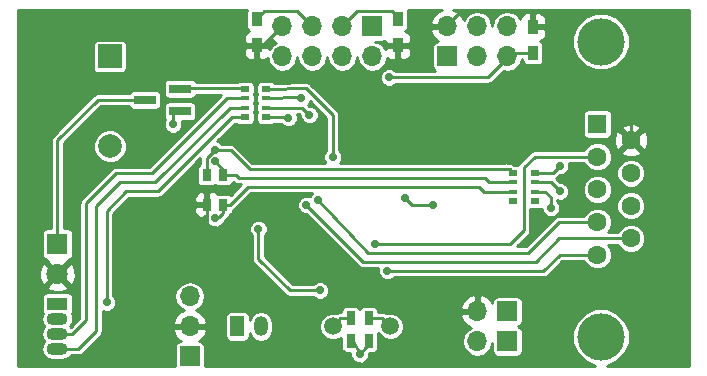
<source format=gbr>
G04 #@! TF.FileFunction,Copper,L2,Bot,Signal*
%FSLAX46Y46*%
G04 Gerber Fmt 4.6, Leading zero omitted, Abs format (unit mm)*
G04 Created by KiCad (PCBNEW 4.0.7-e2-6376~58~ubuntu14.04.1) date Tue Feb 20 14:15:50 2018*
%MOMM*%
%LPD*%
G01*
G04 APERTURE LIST*
%ADD10C,0.100000*%
%ADD11R,1.200000X1.700000*%
%ADD12O,1.200000X1.700000*%
%ADD13R,0.750000X1.200000*%
%ADD14R,0.800000X1.000000*%
%ADD15R,1.700000X1.700000*%
%ADD16O,1.700000X1.700000*%
%ADD17R,1.600000X1.600000*%
%ADD18C,1.600000*%
%ADD19C,4.000000*%
%ADD20R,1.900000X0.800000*%
%ADD21C,1.500000*%
%ADD22R,0.900000X1.200000*%
%ADD23R,1.800000X1.070000*%
%ADD24O,1.800000X1.070000*%
%ADD25R,1.800000X1.800000*%
%ADD26C,1.800000*%
%ADD27R,2.000000X2.000000*%
%ADD28C,2.000000*%
%ADD29R,0.800000X0.500000*%
%ADD30R,0.800000X0.400000*%
%ADD31C,0.720000*%
%ADD32C,0.250000*%
%ADD33C,0.254000*%
G04 APERTURE END LIST*
D10*
D11*
X132715000Y-104775000D03*
D12*
X134715000Y-104775000D03*
D13*
X142303500Y-104079000D03*
X142303500Y-105979000D03*
X143827500Y-105979000D03*
X143827500Y-104079000D03*
D14*
X130110000Y-91968000D03*
X130110000Y-94468000D03*
X131510000Y-94468000D03*
X131510000Y-91968000D03*
D15*
X144145000Y-79375000D03*
D16*
X144145000Y-81915000D03*
X141605000Y-79375000D03*
X141605000Y-81915000D03*
X139065000Y-79375000D03*
X139065000Y-81915000D03*
X136525000Y-79375000D03*
X136525000Y-81915000D03*
D17*
X163195000Y-87630000D03*
D18*
X163195000Y-90400000D03*
X163195000Y-93170000D03*
X163195000Y-95940000D03*
X163195000Y-98710000D03*
X166035000Y-89015000D03*
X166035000Y-91785000D03*
X166035000Y-94555000D03*
X166035000Y-97325000D03*
D19*
X163495000Y-105670000D03*
X163495000Y-80670000D03*
D20*
X127865000Y-84648000D03*
X127865000Y-86548000D03*
X124865000Y-85598000D03*
D21*
X145669000Y-104775000D03*
X140789000Y-104775000D03*
D22*
X157734000Y-79418000D03*
X157734000Y-81618000D03*
X134366000Y-80983000D03*
X134366000Y-78783000D03*
X146304000Y-80983000D03*
X146304000Y-78783000D03*
D23*
X117475000Y-102870000D03*
D24*
X117475000Y-104140000D03*
X117475000Y-105410000D03*
X117475000Y-106680000D03*
D15*
X150495000Y-81915000D03*
D16*
X150495000Y-79375000D03*
X153035000Y-81915000D03*
X153035000Y-79375000D03*
X155575000Y-81915000D03*
X155575000Y-79375000D03*
D25*
X117475000Y-97790000D03*
D26*
X117475000Y-100330000D03*
D27*
X121920000Y-81915000D03*
D28*
X121920000Y-89515000D03*
D15*
X128676400Y-107315000D03*
D16*
X128676400Y-104775000D03*
X128676400Y-102235000D03*
D15*
X155575000Y-106045000D03*
D16*
X153035000Y-106045000D03*
D15*
X155575000Y-103505000D03*
D16*
X153035000Y-103505000D03*
D29*
X135139000Y-84652000D03*
D30*
X135139000Y-86252000D03*
X135139000Y-85452000D03*
D29*
X135139000Y-87052000D03*
D30*
X133339000Y-85452000D03*
D29*
X133339000Y-84652000D03*
D30*
X133339000Y-86252000D03*
D29*
X133339000Y-87052000D03*
X157872000Y-91764000D03*
D30*
X157872000Y-93364000D03*
X157872000Y-92564000D03*
D29*
X157872000Y-94164000D03*
D30*
X156072000Y-92564000D03*
D29*
X156072000Y-91764000D03*
D30*
X156072000Y-93364000D03*
D29*
X156072000Y-94164000D03*
D31*
X127254000Y-87655400D03*
X143065500Y-107124500D03*
X136144000Y-98044000D03*
X146050000Y-90424000D03*
X130810000Y-96583500D03*
X140779500Y-90424000D03*
X139573000Y-94107000D03*
X138557000Y-94488000D03*
X144399000Y-97790000D03*
X121666000Y-102743000D03*
X145542000Y-83693000D03*
X139700000Y-101727000D03*
X134493000Y-96520000D03*
X146913600Y-93903800D03*
X149301200Y-94462600D03*
X138112500Y-85471000D03*
X138811000Y-86868000D03*
X137033000Y-87122000D03*
X130810000Y-89852500D03*
X130810000Y-95631000D03*
X130810000Y-90805000D03*
X159258000Y-94742000D03*
X160020000Y-93345000D03*
X160020000Y-91186000D03*
X145415000Y-100076000D03*
D32*
X140789000Y-104775000D02*
X140789000Y-104702000D01*
X140789000Y-104702000D02*
X141412000Y-104079000D01*
X141412000Y-104079000D02*
X142494000Y-104079000D01*
X127230000Y-86548000D02*
X127255400Y-87654000D01*
X127255400Y-87654000D02*
X127254000Y-87655400D01*
X142494000Y-105979000D02*
X143065500Y-107124500D01*
X143065500Y-107124500D02*
X144018000Y-105979000D01*
X144018000Y-104079000D02*
X144968000Y-104079000D01*
X144968000Y-104079000D02*
X145664000Y-104775000D01*
X145473500Y-104775000D02*
X145478500Y-104775000D01*
X157734000Y-79418000D02*
X157734000Y-78232000D01*
X157734000Y-78232000D02*
X157988000Y-77978000D01*
X150495000Y-79375000D02*
X150495000Y-79248000D01*
X150495000Y-79248000D02*
X151765000Y-77978000D01*
X151765000Y-77978000D02*
X157988000Y-77978000D01*
X157988000Y-77978000D02*
X164973000Y-77978000D01*
X164973000Y-77978000D02*
X166035000Y-79040000D01*
X166035000Y-79040000D02*
X166035000Y-89015000D01*
X134366000Y-80983000D02*
X134917000Y-80983000D01*
X134917000Y-80983000D02*
X136525000Y-79375000D01*
X130110000Y-96074000D02*
X130110000Y-94468000D01*
X130429000Y-96393000D02*
X130110000Y-96074000D01*
X130810000Y-96583500D02*
X130429000Y-96393000D01*
X130110000Y-94468000D02*
X130110000Y-94172000D01*
X140779500Y-90424000D02*
X140779500Y-86868000D01*
X140779500Y-86868000D02*
X138509330Y-84597830D01*
X138509330Y-84597830D02*
X135128000Y-84709000D01*
X139573000Y-94107000D02*
X143764000Y-98552000D01*
X143764000Y-98552000D02*
X157353000Y-98552000D01*
X157353000Y-98552000D02*
X159965000Y-95940000D01*
X159965000Y-95940000D02*
X163195000Y-95940000D01*
X138557000Y-94488000D02*
X143383000Y-99314000D01*
X143383000Y-99314000D02*
X157988000Y-99314000D01*
X157988000Y-99314000D02*
X159977000Y-97325000D01*
X159977000Y-97325000D02*
X166035000Y-97325000D01*
X163195000Y-90400000D02*
X157885000Y-90400000D01*
X155829000Y-97790000D02*
X144399000Y-97790000D01*
X156972000Y-96647000D02*
X155829000Y-97790000D01*
X156972000Y-91313000D02*
X156972000Y-96647000D01*
X157885000Y-90400000D02*
X156972000Y-91313000D01*
X117475000Y-97790000D02*
X117475000Y-89027000D01*
X120904000Y-85598000D02*
X124865000Y-85598000D01*
X117475000Y-89027000D02*
X120904000Y-85598000D01*
X133339000Y-87052000D02*
X132277000Y-87052000D01*
X121666000Y-94996000D02*
X121666000Y-102743000D01*
X123317000Y-93345000D02*
X121666000Y-94996000D01*
X125984000Y-93345000D02*
X123317000Y-93345000D01*
X132277000Y-87052000D02*
X125984000Y-93345000D01*
X133339000Y-85452000D02*
X131845000Y-85452000D01*
X118745000Y-105410000D02*
X117475000Y-105410000D01*
X119888000Y-104267000D02*
X118745000Y-105410000D01*
X119888000Y-94361000D02*
X119888000Y-104267000D01*
X122428000Y-91821000D02*
X119888000Y-94361000D01*
X125476000Y-91821000D02*
X122428000Y-91821000D01*
X131845000Y-85452000D02*
X125476000Y-91821000D01*
X133339000Y-86252000D02*
X132061000Y-86252000D01*
X119253000Y-106680000D02*
X117475000Y-106680000D01*
X120777000Y-105156000D02*
X119253000Y-106680000D01*
X120777000Y-94615000D02*
X120777000Y-105156000D01*
X122809000Y-92583000D02*
X120777000Y-94615000D01*
X125730000Y-92583000D02*
X122809000Y-92583000D01*
X132061000Y-86252000D02*
X125730000Y-92583000D01*
X157734000Y-81618000D02*
X155872000Y-81618000D01*
X155872000Y-81618000D02*
X155575000Y-81915000D01*
X155575000Y-81915000D02*
X155575000Y-82042000D01*
X155575000Y-82042000D02*
X153924000Y-83693000D01*
X153924000Y-83693000D02*
X145542000Y-83693000D01*
X155575000Y-81915000D02*
X155575000Y-82550000D01*
X139700000Y-101727000D02*
X137160000Y-101727000D01*
X137160000Y-101727000D02*
X134493000Y-99060000D01*
X134493000Y-99060000D02*
X134493000Y-96520000D01*
X146913600Y-93903800D02*
X147472400Y-94462600D01*
X147472400Y-94462600D02*
X149301200Y-94462600D01*
X146304000Y-78783000D02*
X146304000Y-78613000D01*
X146304000Y-78613000D02*
X145796000Y-78105000D01*
X145796000Y-78105000D02*
X142875000Y-78105000D01*
X142875000Y-78105000D02*
X141605000Y-79375000D01*
X134366000Y-78783000D02*
X134366000Y-78740000D01*
X134366000Y-78740000D02*
X135001000Y-78105000D01*
X135001000Y-78105000D02*
X137795000Y-78105000D01*
X137795000Y-78105000D02*
X139065000Y-79375000D01*
X144145000Y-79375000D02*
X144018000Y-79375000D01*
X138112500Y-85471000D02*
X137966500Y-85325000D01*
X137966500Y-85325000D02*
X135139000Y-85452000D01*
X138195000Y-86252000D02*
X135139000Y-86252000D01*
X138811000Y-86868000D02*
X138195000Y-86252000D01*
X136963000Y-87052000D02*
X135139000Y-87052000D01*
X137033000Y-87122000D02*
X136963000Y-87052000D01*
X155448000Y-91472000D02*
X155780000Y-91472000D01*
X155780000Y-91472000D02*
X156072000Y-91764000D01*
X130810000Y-89852500D02*
X132143500Y-89852500D01*
X133763000Y-91472000D02*
X155448000Y-91472000D01*
X155448000Y-91472000D02*
X155472000Y-91472000D01*
X132143500Y-89852500D02*
X133763000Y-91472000D01*
X155440000Y-91440000D02*
X155472000Y-91472000D01*
X130111500Y-90487500D02*
X130110000Y-91968000D01*
X130810000Y-89852500D02*
X130111500Y-90487500D01*
X131510000Y-94468000D02*
X132100000Y-94468000D01*
X153568000Y-93370000D02*
X156107000Y-93370000D01*
X153162000Y-92964000D02*
X153568000Y-93370000D01*
X133604000Y-92964000D02*
X153162000Y-92964000D01*
X132100000Y-94468000D02*
X133604000Y-92964000D01*
X131510000Y-94468000D02*
X131719000Y-94468000D01*
X131510000Y-95185000D02*
X131510000Y-94468000D01*
X131191000Y-95504000D02*
X131510000Y-95185000D01*
X130810000Y-95631000D02*
X131191000Y-95504000D01*
X131510000Y-94677000D02*
X131510000Y-94468000D01*
X131510000Y-91968000D02*
X132608000Y-91968000D01*
X154026000Y-92558000D02*
X156107000Y-92558000D01*
X153670000Y-92202000D02*
X154026000Y-92558000D01*
X132842000Y-92202000D02*
X153670000Y-92202000D01*
X132608000Y-91968000D02*
X132842000Y-92202000D01*
X131510000Y-91968000D02*
X131510000Y-91505000D01*
X131510000Y-91505000D02*
X130810000Y-90805000D01*
X133047900Y-84622600D02*
X133056500Y-84614000D01*
X133056500Y-84614000D02*
X127899000Y-84614000D01*
X127899000Y-84614000D02*
X127865000Y-84648000D01*
X157872000Y-93364000D02*
X158769000Y-93364000D01*
X159258000Y-93853000D02*
X159258000Y-94742000D01*
X158769000Y-93364000D02*
X159258000Y-93853000D01*
X157872000Y-92564000D02*
X159239000Y-92564000D01*
X159239000Y-92564000D02*
X160020000Y-93345000D01*
X157872000Y-91764000D02*
X159442000Y-91764000D01*
X159442000Y-91764000D02*
X160020000Y-91186000D01*
X145415000Y-100076000D02*
X145415000Y-100076000D01*
X145415000Y-100076000D02*
X158623000Y-100076000D01*
X158623000Y-100076000D02*
X159989000Y-98710000D01*
X159989000Y-98710000D02*
X163195000Y-98710000D01*
D33*
G36*
X133514936Y-78013619D02*
X133480635Y-78183000D01*
X133480635Y-79383000D01*
X133510409Y-79541237D01*
X133603927Y-79686567D01*
X133730014Y-79772719D01*
X133556301Y-79844673D01*
X133377673Y-80023302D01*
X133281000Y-80256691D01*
X133281000Y-80697250D01*
X133439750Y-80856000D01*
X134239000Y-80856000D01*
X134239000Y-80836000D01*
X134493000Y-80836000D01*
X134493000Y-80856000D01*
X135292250Y-80856000D01*
X135451000Y-80697250D01*
X135451000Y-80366796D01*
X135758076Y-80646645D01*
X135988548Y-80742104D01*
X135622025Y-80987007D01*
X135440671Y-81258421D01*
X135292250Y-81110000D01*
X134493000Y-81110000D01*
X134493000Y-82059250D01*
X134651750Y-82218000D01*
X134942310Y-82218000D01*
X135175699Y-82121327D01*
X135266086Y-82030940D01*
X135345206Y-82428705D01*
X135622025Y-82842993D01*
X136036313Y-83119812D01*
X136525000Y-83217018D01*
X137013687Y-83119812D01*
X137427975Y-82842993D01*
X137704794Y-82428705D01*
X137795000Y-81975209D01*
X137885206Y-82428705D01*
X138162025Y-82842993D01*
X138576313Y-83119812D01*
X139065000Y-83217018D01*
X139553687Y-83119812D01*
X139967975Y-82842993D01*
X140244794Y-82428705D01*
X140335000Y-81975209D01*
X140425206Y-82428705D01*
X140702025Y-82842993D01*
X141116313Y-83119812D01*
X141605000Y-83217018D01*
X142093687Y-83119812D01*
X142507975Y-82842993D01*
X142784794Y-82428705D01*
X142875000Y-81975209D01*
X142965206Y-82428705D01*
X143242025Y-82842993D01*
X143656313Y-83119812D01*
X144145000Y-83217018D01*
X144633687Y-83119812D01*
X145047975Y-82842993D01*
X145324794Y-82428705D01*
X145403914Y-82030940D01*
X145494301Y-82121327D01*
X145727690Y-82218000D01*
X146018250Y-82218000D01*
X146177000Y-82059250D01*
X146177000Y-81110000D01*
X146431000Y-81110000D01*
X146431000Y-82059250D01*
X146589750Y-82218000D01*
X146880310Y-82218000D01*
X147113699Y-82121327D01*
X147292327Y-81942698D01*
X147389000Y-81709309D01*
X147389000Y-81268750D01*
X147230250Y-81110000D01*
X146431000Y-81110000D01*
X146177000Y-81110000D01*
X145377750Y-81110000D01*
X145229329Y-81258421D01*
X145047975Y-80987007D01*
X144633687Y-80710188D01*
X144383210Y-80660365D01*
X144995000Y-80660365D01*
X145153237Y-80630591D01*
X145219000Y-80588273D01*
X145219000Y-80697250D01*
X145377750Y-80856000D01*
X146177000Y-80856000D01*
X146177000Y-80836000D01*
X146431000Y-80836000D01*
X146431000Y-80856000D01*
X147230250Y-80856000D01*
X147389000Y-80697250D01*
X147389000Y-80256691D01*
X147292327Y-80023302D01*
X147113699Y-79844673D01*
X146938110Y-79771942D01*
X147057567Y-79695073D01*
X147155064Y-79552381D01*
X147189365Y-79383000D01*
X147189365Y-78183000D01*
X147159591Y-78024763D01*
X147125639Y-77972000D01*
X150045215Y-77972000D01*
X149728076Y-78103355D01*
X149299817Y-78493642D01*
X149053514Y-79018108D01*
X149174181Y-79248000D01*
X150368000Y-79248000D01*
X150368000Y-79228000D01*
X150622000Y-79228000D01*
X150622000Y-79248000D01*
X150642000Y-79248000D01*
X150642000Y-79502000D01*
X150622000Y-79502000D01*
X150622000Y-79522000D01*
X150368000Y-79522000D01*
X150368000Y-79502000D01*
X149174181Y-79502000D01*
X149053514Y-79731892D01*
X149299817Y-80256358D01*
X149709411Y-80629635D01*
X149645000Y-80629635D01*
X149486763Y-80659409D01*
X149341433Y-80752927D01*
X149243936Y-80895619D01*
X149209635Y-81065000D01*
X149209635Y-82765000D01*
X149239409Y-82923237D01*
X149332927Y-83068567D01*
X149438937Y-83141000D01*
X146102979Y-83141000D01*
X145988382Y-83026203D01*
X145699231Y-82906137D01*
X145386143Y-82905864D01*
X145096783Y-83025425D01*
X144875203Y-83246618D01*
X144755137Y-83535769D01*
X144754864Y-83848857D01*
X144874425Y-84138217D01*
X145095618Y-84359797D01*
X145384769Y-84479863D01*
X145697857Y-84480136D01*
X145987217Y-84360575D01*
X146102994Y-84245000D01*
X153924000Y-84245000D01*
X154135242Y-84202982D01*
X154314323Y-84083323D01*
X155246059Y-83151587D01*
X155575000Y-83217018D01*
X156063687Y-83119812D01*
X156477975Y-82842993D01*
X156754794Y-82428705D01*
X156806254Y-82170000D01*
X156848635Y-82170000D01*
X156848635Y-82218000D01*
X156878409Y-82376237D01*
X156971927Y-82521567D01*
X157114619Y-82619064D01*
X157284000Y-82653365D01*
X158184000Y-82653365D01*
X158342237Y-82623591D01*
X158487567Y-82530073D01*
X158585064Y-82387381D01*
X158619365Y-82218000D01*
X158619365Y-81150642D01*
X161067579Y-81150642D01*
X161436290Y-82042989D01*
X162118420Y-82726311D01*
X163010122Y-83096578D01*
X163975642Y-83097421D01*
X164867989Y-82728710D01*
X165551311Y-82046580D01*
X165921578Y-81154878D01*
X165922421Y-80189358D01*
X165553710Y-79297011D01*
X164871580Y-78613689D01*
X163979878Y-78243422D01*
X163014358Y-78242579D01*
X162122011Y-78611290D01*
X161438689Y-79293420D01*
X161068422Y-80185122D01*
X161067579Y-81150642D01*
X158619365Y-81150642D01*
X158619365Y-81018000D01*
X158589591Y-80859763D01*
X158496073Y-80714433D01*
X158369986Y-80628281D01*
X158543699Y-80556327D01*
X158722327Y-80377698D01*
X158819000Y-80144309D01*
X158819000Y-79703750D01*
X158660250Y-79545000D01*
X157861000Y-79545000D01*
X157861000Y-79565000D01*
X157607000Y-79565000D01*
X157607000Y-79545000D01*
X157587000Y-79545000D01*
X157587000Y-79291000D01*
X157607000Y-79291000D01*
X157607000Y-78341750D01*
X157861000Y-78341750D01*
X157861000Y-79291000D01*
X158660250Y-79291000D01*
X158819000Y-79132250D01*
X158819000Y-78691691D01*
X158722327Y-78458302D01*
X158543699Y-78279673D01*
X158310310Y-78183000D01*
X158019750Y-78183000D01*
X157861000Y-78341750D01*
X157607000Y-78341750D01*
X157448250Y-78183000D01*
X157157690Y-78183000D01*
X156924301Y-78279673D01*
X156745673Y-78458302D01*
X156649000Y-78691691D01*
X156649000Y-78702963D01*
X156477975Y-78447007D01*
X156063687Y-78170188D01*
X155575000Y-78072982D01*
X155086313Y-78170188D01*
X154672025Y-78447007D01*
X154395206Y-78861295D01*
X154305000Y-79314791D01*
X154214794Y-78861295D01*
X153937975Y-78447007D01*
X153523687Y-78170188D01*
X153035000Y-78072982D01*
X152546313Y-78170188D01*
X152132025Y-78447007D01*
X151859691Y-78854583D01*
X151690183Y-78493642D01*
X151261924Y-78103355D01*
X150944785Y-77972000D01*
X170948000Y-77972000D01*
X170948000Y-108083000D01*
X164010543Y-108083000D01*
X164867989Y-107728710D01*
X165551311Y-107046580D01*
X165921578Y-106154878D01*
X165922421Y-105189358D01*
X165553710Y-104297011D01*
X164871580Y-103613689D01*
X163979878Y-103243422D01*
X163014358Y-103242579D01*
X162122011Y-103611290D01*
X161438689Y-104293420D01*
X161068422Y-105185122D01*
X161067579Y-106150642D01*
X161436290Y-107042989D01*
X162118420Y-107726311D01*
X162977423Y-108083000D01*
X129961765Y-108083000D01*
X129961765Y-106465000D01*
X129931991Y-106306763D01*
X129838473Y-106161433D01*
X129695781Y-106063936D01*
X129526400Y-106029635D01*
X129431164Y-106029635D01*
X129557758Y-105970183D01*
X129948045Y-105541924D01*
X130117876Y-105131890D01*
X129996555Y-104902000D01*
X128803400Y-104902000D01*
X128803400Y-104922000D01*
X128549400Y-104922000D01*
X128549400Y-104902000D01*
X127356245Y-104902000D01*
X127234924Y-105131890D01*
X127404755Y-105541924D01*
X127795042Y-105970183D01*
X127921636Y-106029635D01*
X127826400Y-106029635D01*
X127668163Y-106059409D01*
X127522833Y-106152927D01*
X127425336Y-106295619D01*
X127391035Y-106465000D01*
X127391035Y-108083000D01*
X114167000Y-108083000D01*
X114167000Y-104140000D01*
X116122003Y-104140000D01*
X116195231Y-104508141D01*
X116373540Y-104775000D01*
X116195231Y-105041859D01*
X116122003Y-105410000D01*
X116195231Y-105778141D01*
X116373540Y-106045000D01*
X116195231Y-106311859D01*
X116122003Y-106680000D01*
X116195231Y-107048141D01*
X116403766Y-107360237D01*
X116715862Y-107568772D01*
X117084003Y-107642000D01*
X117865997Y-107642000D01*
X118234138Y-107568772D01*
X118546234Y-107360237D01*
X118631919Y-107232000D01*
X119253000Y-107232000D01*
X119464242Y-107189982D01*
X119643323Y-107070323D01*
X121167323Y-105546323D01*
X121230473Y-105451812D01*
X121286982Y-105367241D01*
X121329000Y-105156000D01*
X121329000Y-104418110D01*
X127234924Y-104418110D01*
X127356245Y-104648000D01*
X128549400Y-104648000D01*
X128549400Y-104628000D01*
X128803400Y-104628000D01*
X128803400Y-104648000D01*
X129996555Y-104648000D01*
X130117876Y-104418110D01*
X129948045Y-104008076D01*
X129872336Y-103925000D01*
X131679635Y-103925000D01*
X131679635Y-105625000D01*
X131709409Y-105783237D01*
X131802927Y-105928567D01*
X131945619Y-106026064D01*
X132115000Y-106060365D01*
X133315000Y-106060365D01*
X133473237Y-106030591D01*
X133618567Y-105937073D01*
X133716064Y-105794381D01*
X133750365Y-105625000D01*
X133750365Y-105363547D01*
X133766176Y-105443034D01*
X133988801Y-105776217D01*
X134321984Y-105998842D01*
X134715000Y-106077018D01*
X135108016Y-105998842D01*
X135441199Y-105776217D01*
X135663824Y-105443034D01*
X135742000Y-105050018D01*
X135742000Y-105008093D01*
X139611796Y-105008093D01*
X139790606Y-105440846D01*
X140121412Y-105772230D01*
X140553853Y-105951795D01*
X141022093Y-105952204D01*
X141454846Y-105773394D01*
X141493135Y-105735172D01*
X141493135Y-106579000D01*
X141522909Y-106737237D01*
X141616427Y-106882567D01*
X141759119Y-106980064D01*
X141928500Y-107014365D01*
X142278596Y-107014365D01*
X142278364Y-107280357D01*
X142397925Y-107569717D01*
X142619118Y-107791297D01*
X142908269Y-107911363D01*
X143221357Y-107911636D01*
X143510717Y-107792075D01*
X143732297Y-107570882D01*
X143852363Y-107281731D01*
X143852573Y-107041313D01*
X143874980Y-107014365D01*
X144202500Y-107014365D01*
X144360737Y-106984591D01*
X144506067Y-106891073D01*
X144603564Y-106748381D01*
X144637865Y-106579000D01*
X144637865Y-105379000D01*
X144631856Y-105347063D01*
X144670606Y-105440846D01*
X145001412Y-105772230D01*
X145433853Y-105951795D01*
X145902093Y-105952204D01*
X146334846Y-105773394D01*
X146666230Y-105442588D01*
X146845795Y-105010147D01*
X146846204Y-104541907D01*
X146667394Y-104109154D01*
X146420564Y-103861892D01*
X151593514Y-103861892D01*
X151839817Y-104386358D01*
X152268076Y-104776645D01*
X152498548Y-104872104D01*
X152132025Y-105117007D01*
X151855206Y-105531295D01*
X151758000Y-106019982D01*
X151758000Y-106070018D01*
X151855206Y-106558705D01*
X152132025Y-106972993D01*
X152546313Y-107249812D01*
X153035000Y-107347018D01*
X153523687Y-107249812D01*
X153937975Y-106972993D01*
X154214794Y-106558705D01*
X154289635Y-106182454D01*
X154289635Y-106895000D01*
X154319409Y-107053237D01*
X154412927Y-107198567D01*
X154555619Y-107296064D01*
X154725000Y-107330365D01*
X156425000Y-107330365D01*
X156583237Y-107300591D01*
X156728567Y-107207073D01*
X156826064Y-107064381D01*
X156860365Y-106895000D01*
X156860365Y-105195000D01*
X156830591Y-105036763D01*
X156737073Y-104891433D01*
X156594381Y-104793936D01*
X156503660Y-104775564D01*
X156583237Y-104760591D01*
X156728567Y-104667073D01*
X156826064Y-104524381D01*
X156860365Y-104355000D01*
X156860365Y-102655000D01*
X156830591Y-102496763D01*
X156737073Y-102351433D01*
X156594381Y-102253936D01*
X156425000Y-102219635D01*
X154725000Y-102219635D01*
X154566763Y-102249409D01*
X154421433Y-102342927D01*
X154323936Y-102485619D01*
X154289635Y-102655000D01*
X154289635Y-102750236D01*
X154230183Y-102623642D01*
X153801924Y-102233355D01*
X153391890Y-102063524D01*
X153162000Y-102184845D01*
X153162000Y-103378000D01*
X153182000Y-103378000D01*
X153182000Y-103632000D01*
X153162000Y-103632000D01*
X153162000Y-103652000D01*
X152908000Y-103652000D01*
X152908000Y-103632000D01*
X151714181Y-103632000D01*
X151593514Y-103861892D01*
X146420564Y-103861892D01*
X146336588Y-103777770D01*
X145904147Y-103598205D01*
X145435907Y-103597796D01*
X145303926Y-103652330D01*
X145179242Y-103569018D01*
X144968000Y-103527000D01*
X144637865Y-103527000D01*
X144637865Y-103479000D01*
X144608091Y-103320763D01*
X144514573Y-103175433D01*
X144474582Y-103148108D01*
X151593514Y-103148108D01*
X151714181Y-103378000D01*
X152908000Y-103378000D01*
X152908000Y-102184845D01*
X152678110Y-102063524D01*
X152268076Y-102233355D01*
X151839817Y-102623642D01*
X151593514Y-103148108D01*
X144474582Y-103148108D01*
X144371881Y-103077936D01*
X144202500Y-103043635D01*
X143452500Y-103043635D01*
X143294263Y-103073409D01*
X143148933Y-103166927D01*
X143064560Y-103290411D01*
X142990573Y-103175433D01*
X142847881Y-103077936D01*
X142678500Y-103043635D01*
X141928500Y-103043635D01*
X141770263Y-103073409D01*
X141624933Y-103166927D01*
X141527436Y-103309619D01*
X141493135Y-103479000D01*
X141493135Y-103527000D01*
X141412000Y-103527000D01*
X141200758Y-103569018D01*
X141106130Y-103632247D01*
X141024147Y-103598205D01*
X140555907Y-103597796D01*
X140123154Y-103776606D01*
X139791770Y-104107412D01*
X139612205Y-104539853D01*
X139611796Y-105008093D01*
X135742000Y-105008093D01*
X135742000Y-104499982D01*
X135663824Y-104106966D01*
X135441199Y-103773783D01*
X135108016Y-103551158D01*
X134715000Y-103472982D01*
X134321984Y-103551158D01*
X133988801Y-103773783D01*
X133766176Y-104106966D01*
X133750365Y-104186453D01*
X133750365Y-103925000D01*
X133720591Y-103766763D01*
X133627073Y-103621433D01*
X133484381Y-103523936D01*
X133315000Y-103489635D01*
X132115000Y-103489635D01*
X131956763Y-103519409D01*
X131811433Y-103612927D01*
X131713936Y-103755619D01*
X131679635Y-103925000D01*
X129872336Y-103925000D01*
X129557758Y-103579817D01*
X129196817Y-103410309D01*
X129604393Y-103137975D01*
X129881212Y-102723687D01*
X129978418Y-102235000D01*
X129881212Y-101746313D01*
X129604393Y-101332025D01*
X129190105Y-101055206D01*
X128701418Y-100958000D01*
X128651382Y-100958000D01*
X128162695Y-101055206D01*
X127748407Y-101332025D01*
X127471588Y-101746313D01*
X127374382Y-102235000D01*
X127471588Y-102723687D01*
X127748407Y-103137975D01*
X128155983Y-103410309D01*
X127795042Y-103579817D01*
X127404755Y-104008076D01*
X127234924Y-104418110D01*
X121329000Y-104418110D01*
X121329000Y-103455216D01*
X121508769Y-103529863D01*
X121821857Y-103530136D01*
X122111217Y-103410575D01*
X122332797Y-103189382D01*
X122452863Y-102900231D01*
X122453136Y-102587143D01*
X122333575Y-102297783D01*
X122218000Y-102182006D01*
X122218000Y-96675857D01*
X133705864Y-96675857D01*
X133825425Y-96965217D01*
X133941000Y-97080994D01*
X133941000Y-99060000D01*
X133983018Y-99271242D01*
X134102677Y-99450323D01*
X136769677Y-102117323D01*
X136948759Y-102236982D01*
X137160000Y-102279000D01*
X139139021Y-102279000D01*
X139253618Y-102393797D01*
X139542769Y-102513863D01*
X139855857Y-102514136D01*
X140145217Y-102394575D01*
X140366797Y-102173382D01*
X140486863Y-101884231D01*
X140487136Y-101571143D01*
X140367575Y-101281783D01*
X140146382Y-101060203D01*
X139857231Y-100940137D01*
X139544143Y-100939864D01*
X139254783Y-101059425D01*
X139139006Y-101175000D01*
X137388646Y-101175000D01*
X135045000Y-98831354D01*
X135045000Y-97080979D01*
X135159797Y-96966382D01*
X135279863Y-96677231D01*
X135280136Y-96364143D01*
X135160575Y-96074783D01*
X134939382Y-95853203D01*
X134650231Y-95733137D01*
X134337143Y-95732864D01*
X134047783Y-95852425D01*
X133826203Y-96073618D01*
X133706137Y-96362769D01*
X133705864Y-96675857D01*
X122218000Y-96675857D01*
X122218000Y-95224646D01*
X123545646Y-93897000D01*
X125984000Y-93897000D01*
X126195242Y-93854982D01*
X126215133Y-93841691D01*
X129075000Y-93841691D01*
X129075000Y-94182250D01*
X129233750Y-94341000D01*
X129983000Y-94341000D01*
X129983000Y-93491750D01*
X129824250Y-93333000D01*
X129583690Y-93333000D01*
X129350301Y-93429673D01*
X129171673Y-93608302D01*
X129075000Y-93841691D01*
X126215133Y-93841691D01*
X126374323Y-93735323D01*
X129559436Y-90550210D01*
X129558918Y-91061063D01*
X129551763Y-91062409D01*
X129406433Y-91155927D01*
X129308936Y-91298619D01*
X129274635Y-91468000D01*
X129274635Y-92468000D01*
X129304409Y-92626237D01*
X129397927Y-92771567D01*
X129540619Y-92869064D01*
X129710000Y-92903365D01*
X130510000Y-92903365D01*
X130668237Y-92873591D01*
X130811924Y-92781130D01*
X130940619Y-92869064D01*
X131110000Y-92903365D01*
X131910000Y-92903365D01*
X132068237Y-92873591D01*
X132213567Y-92780073D01*
X132311064Y-92637381D01*
X132334835Y-92520000D01*
X132379354Y-92520000D01*
X132451677Y-92592323D01*
X132630758Y-92711982D01*
X132842000Y-92754000D01*
X133033354Y-92754000D01*
X132163169Y-93624185D01*
X132079381Y-93566936D01*
X131910000Y-93532635D01*
X131110000Y-93532635D01*
X130994410Y-93554385D01*
X130869699Y-93429673D01*
X130636310Y-93333000D01*
X130395750Y-93333000D01*
X130237000Y-93491750D01*
X130237000Y-94341000D01*
X130257000Y-94341000D01*
X130257000Y-94595000D01*
X130237000Y-94595000D01*
X130237000Y-94615000D01*
X129983000Y-94615000D01*
X129983000Y-94595000D01*
X129233750Y-94595000D01*
X129075000Y-94753750D01*
X129075000Y-95094309D01*
X129171673Y-95327698D01*
X129350301Y-95506327D01*
X129583690Y-95603000D01*
X129824250Y-95603000D01*
X129982998Y-95444252D01*
X129982998Y-95603000D01*
X130023024Y-95603000D01*
X130022864Y-95786857D01*
X130142425Y-96076217D01*
X130363618Y-96297797D01*
X130652769Y-96417863D01*
X130965857Y-96418136D01*
X131255217Y-96298575D01*
X131476797Y-96077382D01*
X131538334Y-95929183D01*
X131552671Y-95921011D01*
X131564831Y-95905342D01*
X131581323Y-95894323D01*
X131900323Y-95575323D01*
X132019982Y-95396242D01*
X132022786Y-95382143D01*
X132068237Y-95373591D01*
X132213567Y-95280073D01*
X132311064Y-95137381D01*
X132345365Y-94968000D01*
X132345365Y-94955182D01*
X132490323Y-94858323D01*
X133832646Y-93516000D01*
X139051074Y-93516000D01*
X138906203Y-93660618D01*
X138863620Y-93763169D01*
X138714231Y-93701137D01*
X138401143Y-93700864D01*
X138111783Y-93820425D01*
X137890203Y-94041618D01*
X137770137Y-94330769D01*
X137769864Y-94643857D01*
X137889425Y-94933217D01*
X138110618Y-95154797D01*
X138399769Y-95274863D01*
X138563360Y-95275006D01*
X142992677Y-99704323D01*
X143171758Y-99823982D01*
X143383000Y-99866000D01*
X144650049Y-99866000D01*
X144628137Y-99918769D01*
X144627864Y-100231857D01*
X144747425Y-100521217D01*
X144968618Y-100742797D01*
X145257769Y-100862863D01*
X145570857Y-100863136D01*
X145860217Y-100743575D01*
X145975994Y-100628000D01*
X158623000Y-100628000D01*
X158834242Y-100585982D01*
X159013323Y-100466323D01*
X160217646Y-99262000D01*
X162095467Y-99262000D01*
X162154194Y-99404131D01*
X162499053Y-99749593D01*
X162949864Y-99936786D01*
X163437995Y-99937212D01*
X163889131Y-99750806D01*
X164234593Y-99405947D01*
X164421786Y-98955136D01*
X164422212Y-98467005D01*
X164235806Y-98015869D01*
X164097179Y-97877000D01*
X164935467Y-97877000D01*
X164994194Y-98019131D01*
X165339053Y-98364593D01*
X165789864Y-98551786D01*
X166277995Y-98552212D01*
X166729131Y-98365806D01*
X167074593Y-98020947D01*
X167261786Y-97570136D01*
X167262212Y-97082005D01*
X167075806Y-96630869D01*
X166730947Y-96285407D01*
X166280136Y-96098214D01*
X165792005Y-96097788D01*
X165340869Y-96284194D01*
X164995407Y-96629053D01*
X164935635Y-96773000D01*
X164097300Y-96773000D01*
X164234593Y-96635947D01*
X164421786Y-96185136D01*
X164422212Y-95697005D01*
X164235806Y-95245869D01*
X163890947Y-94900407D01*
X163644312Y-94797995D01*
X164807788Y-94797995D01*
X164994194Y-95249131D01*
X165339053Y-95594593D01*
X165789864Y-95781786D01*
X166277995Y-95782212D01*
X166729131Y-95595806D01*
X167074593Y-95250947D01*
X167261786Y-94800136D01*
X167262212Y-94312005D01*
X167075806Y-93860869D01*
X166730947Y-93515407D01*
X166280136Y-93328214D01*
X165792005Y-93327788D01*
X165340869Y-93514194D01*
X164995407Y-93859053D01*
X164808214Y-94309864D01*
X164807788Y-94797995D01*
X163644312Y-94797995D01*
X163440136Y-94713214D01*
X162952005Y-94712788D01*
X162500869Y-94899194D01*
X162155407Y-95244053D01*
X162095635Y-95388000D01*
X159965000Y-95388000D01*
X159753758Y-95430018D01*
X159574677Y-95549677D01*
X157124354Y-98000000D01*
X156399646Y-98000000D01*
X157362323Y-97037323D01*
X157481982Y-96858242D01*
X157524000Y-96647000D01*
X157524000Y-94849365D01*
X158272000Y-94849365D01*
X158430237Y-94819591D01*
X158470955Y-94793389D01*
X158470864Y-94897857D01*
X158590425Y-95187217D01*
X158811618Y-95408797D01*
X159100769Y-95528863D01*
X159413857Y-95529136D01*
X159703217Y-95409575D01*
X159924797Y-95188382D01*
X160044863Y-94899231D01*
X160045136Y-94586143D01*
X159925575Y-94296783D01*
X159810000Y-94181006D01*
X159810000Y-94109951D01*
X159862769Y-94131863D01*
X160175857Y-94132136D01*
X160465217Y-94012575D01*
X160686797Y-93791382D01*
X160806863Y-93502231D01*
X160806940Y-93412995D01*
X161967788Y-93412995D01*
X162154194Y-93864131D01*
X162499053Y-94209593D01*
X162949864Y-94396786D01*
X163437995Y-94397212D01*
X163889131Y-94210806D01*
X164234593Y-93865947D01*
X164421786Y-93415136D01*
X164422212Y-92927005D01*
X164235806Y-92475869D01*
X163890947Y-92130407D01*
X163644312Y-92027995D01*
X164807788Y-92027995D01*
X164994194Y-92479131D01*
X165339053Y-92824593D01*
X165789864Y-93011786D01*
X166277995Y-93012212D01*
X166729131Y-92825806D01*
X167074593Y-92480947D01*
X167261786Y-92030136D01*
X167262212Y-91542005D01*
X167075806Y-91090869D01*
X166730947Y-90745407D01*
X166280136Y-90558214D01*
X165792005Y-90557788D01*
X165340869Y-90744194D01*
X164995407Y-91089053D01*
X164808214Y-91539864D01*
X164807788Y-92027995D01*
X163644312Y-92027995D01*
X163440136Y-91943214D01*
X162952005Y-91942788D01*
X162500869Y-92129194D01*
X162155407Y-92474053D01*
X161968214Y-92924864D01*
X161967788Y-93412995D01*
X160806940Y-93412995D01*
X160807136Y-93189143D01*
X160687575Y-92899783D01*
X160466382Y-92678203D01*
X160177231Y-92558137D01*
X160013640Y-92557994D01*
X159699032Y-92243386D01*
X159832323Y-92154323D01*
X160013651Y-91972995D01*
X160175857Y-91973136D01*
X160465217Y-91853575D01*
X160686797Y-91632382D01*
X160806863Y-91343231D01*
X160807136Y-91030143D01*
X160774848Y-90952000D01*
X162095467Y-90952000D01*
X162154194Y-91094131D01*
X162499053Y-91439593D01*
X162949864Y-91626786D01*
X163437995Y-91627212D01*
X163889131Y-91440806D01*
X164234593Y-91095947D01*
X164421786Y-90645136D01*
X164422212Y-90157005D01*
X164366737Y-90022745D01*
X165206861Y-90022745D01*
X165280995Y-90268864D01*
X165818223Y-90461965D01*
X166388454Y-90434778D01*
X166789005Y-90268864D01*
X166863139Y-90022745D01*
X166035000Y-89194605D01*
X165206861Y-90022745D01*
X164366737Y-90022745D01*
X164235806Y-89705869D01*
X163890947Y-89360407D01*
X163440136Y-89173214D01*
X162952005Y-89172788D01*
X162500869Y-89359194D01*
X162155407Y-89704053D01*
X162095635Y-89848000D01*
X157885000Y-89848000D01*
X157673758Y-89890018D01*
X157494677Y-90009677D01*
X156581677Y-90922677D01*
X156476817Y-91079610D01*
X156472000Y-91078635D01*
X156165770Y-91078635D01*
X155991242Y-90962018D01*
X155780000Y-90920000D01*
X155600877Y-90920000D01*
X155440000Y-90888000D01*
X155279123Y-90920000D01*
X141396592Y-90920000D01*
X141446297Y-90870382D01*
X141566363Y-90581231D01*
X141566636Y-90268143D01*
X141447075Y-89978783D01*
X141331500Y-89863006D01*
X141331500Y-86868000D01*
X141328529Y-86853064D01*
X141323942Y-86830000D01*
X161959635Y-86830000D01*
X161959635Y-88430000D01*
X161989409Y-88588237D01*
X162082927Y-88733567D01*
X162225619Y-88831064D01*
X162395000Y-88865365D01*
X163995000Y-88865365D01*
X164153237Y-88835591D01*
X164211308Y-88798223D01*
X164588035Y-88798223D01*
X164615222Y-89368454D01*
X164781136Y-89769005D01*
X165027255Y-89843139D01*
X165855395Y-89015000D01*
X166214605Y-89015000D01*
X167042745Y-89843139D01*
X167288864Y-89769005D01*
X167481965Y-89231777D01*
X167454778Y-88661546D01*
X167288864Y-88260995D01*
X167042745Y-88186861D01*
X166214605Y-89015000D01*
X165855395Y-89015000D01*
X165027255Y-88186861D01*
X164781136Y-88260995D01*
X164588035Y-88798223D01*
X164211308Y-88798223D01*
X164298567Y-88742073D01*
X164396064Y-88599381D01*
X164430365Y-88430000D01*
X164430365Y-88007255D01*
X165206861Y-88007255D01*
X166035000Y-88835395D01*
X166863139Y-88007255D01*
X166789005Y-87761136D01*
X166251777Y-87568035D01*
X165681546Y-87595222D01*
X165280995Y-87761136D01*
X165206861Y-88007255D01*
X164430365Y-88007255D01*
X164430365Y-86830000D01*
X164400591Y-86671763D01*
X164307073Y-86526433D01*
X164164381Y-86428936D01*
X163995000Y-86394635D01*
X162395000Y-86394635D01*
X162236763Y-86424409D01*
X162091433Y-86517927D01*
X161993936Y-86660619D01*
X161959635Y-86830000D01*
X141323942Y-86830000D01*
X141289482Y-86656758D01*
X141169823Y-86477677D01*
X138899653Y-84207507D01*
X138891987Y-84202384D01*
X138886616Y-84194892D01*
X138802726Y-84142742D01*
X138720572Y-84087848D01*
X138711528Y-84086049D01*
X138703699Y-84081182D01*
X138606224Y-84065103D01*
X138509330Y-84045830D01*
X138500288Y-84047629D01*
X138491191Y-84046128D01*
X135872811Y-84132214D01*
X135851073Y-84098433D01*
X135708381Y-84000936D01*
X135539000Y-83966635D01*
X134739000Y-83966635D01*
X134580763Y-83996409D01*
X134435433Y-84089927D01*
X134337936Y-84232619D01*
X134303635Y-84402000D01*
X134303635Y-84902000D01*
X134333409Y-85060237D01*
X134343022Y-85075176D01*
X134337936Y-85082619D01*
X134303635Y-85252000D01*
X134303635Y-85652000D01*
X134333409Y-85810237D01*
X134359591Y-85850925D01*
X134337936Y-85882619D01*
X134303635Y-86052000D01*
X134303635Y-86452000D01*
X134333409Y-86610237D01*
X134343022Y-86625176D01*
X134337936Y-86632619D01*
X134303635Y-86802000D01*
X134303635Y-87302000D01*
X134333409Y-87460237D01*
X134426927Y-87605567D01*
X134569619Y-87703064D01*
X134739000Y-87737365D01*
X135539000Y-87737365D01*
X135697237Y-87707591D01*
X135842567Y-87614073D01*
X135849450Y-87604000D01*
X136402144Y-87604000D01*
X136586618Y-87788797D01*
X136875769Y-87908863D01*
X137188857Y-87909136D01*
X137478217Y-87789575D01*
X137699797Y-87568382D01*
X137819863Y-87279231D01*
X137820136Y-86966143D01*
X137753140Y-86804000D01*
X137966354Y-86804000D01*
X138024005Y-86861651D01*
X138023864Y-87023857D01*
X138143425Y-87313217D01*
X138364618Y-87534797D01*
X138653769Y-87654863D01*
X138966857Y-87655136D01*
X139256217Y-87535575D01*
X139477797Y-87314382D01*
X139597863Y-87025231D01*
X139598136Y-86712143D01*
X139478575Y-86422783D01*
X139257382Y-86201203D01*
X138968231Y-86081137D01*
X138804640Y-86080994D01*
X138710102Y-85986456D01*
X138779297Y-85917382D01*
X138858205Y-85727351D01*
X140227500Y-87096646D01*
X140227500Y-89863021D01*
X140112703Y-89977618D01*
X139992637Y-90266769D01*
X139992364Y-90579857D01*
X140111925Y-90869217D01*
X140162619Y-90920000D01*
X133991646Y-90920000D01*
X132533823Y-89462177D01*
X132354742Y-89342518D01*
X132143500Y-89300500D01*
X131370979Y-89300500D01*
X131256382Y-89185703D01*
X131021482Y-89088164D01*
X132505646Y-87604000D01*
X132625919Y-87604000D01*
X132626927Y-87605567D01*
X132769619Y-87703064D01*
X132939000Y-87737365D01*
X133739000Y-87737365D01*
X133897237Y-87707591D01*
X134042567Y-87614073D01*
X134140064Y-87471381D01*
X134174365Y-87302000D01*
X134174365Y-86802000D01*
X134144591Y-86643763D01*
X134134978Y-86628824D01*
X134140064Y-86621381D01*
X134174365Y-86452000D01*
X134174365Y-86052000D01*
X134144591Y-85893763D01*
X134118409Y-85853075D01*
X134140064Y-85821381D01*
X134174365Y-85652000D01*
X134174365Y-85252000D01*
X134144591Y-85093763D01*
X134134978Y-85078824D01*
X134140064Y-85071381D01*
X134174365Y-84902000D01*
X134174365Y-84402000D01*
X134144591Y-84243763D01*
X134051073Y-84098433D01*
X133908381Y-84000936D01*
X133739000Y-83966635D01*
X132939000Y-83966635D01*
X132780763Y-83996409D01*
X132678832Y-84062000D01*
X129202726Y-84062000D01*
X129127073Y-83944433D01*
X128984381Y-83846936D01*
X128815000Y-83812635D01*
X126915000Y-83812635D01*
X126756763Y-83842409D01*
X126611433Y-83935927D01*
X126513936Y-84078619D01*
X126479635Y-84248000D01*
X126479635Y-85048000D01*
X126509409Y-85206237D01*
X126602927Y-85351567D01*
X126745619Y-85449064D01*
X126915000Y-85483365D01*
X128815000Y-85483365D01*
X128973237Y-85453591D01*
X129118567Y-85360073D01*
X129216064Y-85217381D01*
X129226469Y-85166000D01*
X131350354Y-85166000D01*
X125247354Y-91269000D01*
X122428000Y-91269000D01*
X122216759Y-91311018D01*
X122087716Y-91397242D01*
X122037677Y-91430677D01*
X119497677Y-93970677D01*
X119378018Y-94149758D01*
X119349005Y-94295618D01*
X119336000Y-94361000D01*
X119336000Y-104038354D01*
X118585630Y-104788724D01*
X118576460Y-104775000D01*
X118754769Y-104508141D01*
X118827997Y-104140000D01*
X118754769Y-103771859D01*
X118698586Y-103687774D01*
X118776064Y-103574381D01*
X118810365Y-103405000D01*
X118810365Y-102335000D01*
X118780591Y-102176763D01*
X118687073Y-102031433D01*
X118544381Y-101933936D01*
X118375000Y-101899635D01*
X116575000Y-101899635D01*
X116416763Y-101929409D01*
X116271433Y-102022927D01*
X116173936Y-102165619D01*
X116139635Y-102335000D01*
X116139635Y-103405000D01*
X116169409Y-103563237D01*
X116250463Y-103689198D01*
X116195231Y-103771859D01*
X116122003Y-104140000D01*
X114167000Y-104140000D01*
X114167000Y-101410159D01*
X116574446Y-101410159D01*
X116660852Y-101666643D01*
X117234336Y-101876458D01*
X117844460Y-101850839D01*
X118289148Y-101666643D01*
X118375554Y-101410159D01*
X117475000Y-100509605D01*
X116574446Y-101410159D01*
X114167000Y-101410159D01*
X114167000Y-100089336D01*
X115928542Y-100089336D01*
X115954161Y-100699460D01*
X116138357Y-101144148D01*
X116394841Y-101230554D01*
X117295395Y-100330000D01*
X117654605Y-100330000D01*
X118555159Y-101230554D01*
X118811643Y-101144148D01*
X119021458Y-100570664D01*
X118995839Y-99960540D01*
X118811643Y-99515852D01*
X118555159Y-99429446D01*
X117654605Y-100330000D01*
X117295395Y-100330000D01*
X116394841Y-99429446D01*
X116138357Y-99515852D01*
X115928542Y-100089336D01*
X114167000Y-100089336D01*
X114167000Y-96890000D01*
X116139635Y-96890000D01*
X116139635Y-98690000D01*
X116169409Y-98848237D01*
X116262927Y-98993567D01*
X116405619Y-99091064D01*
X116575000Y-99125365D01*
X116616380Y-99125365D01*
X116574446Y-99249841D01*
X117475000Y-100150395D01*
X118375554Y-99249841D01*
X118333620Y-99125365D01*
X118375000Y-99125365D01*
X118533237Y-99095591D01*
X118678567Y-99002073D01*
X118776064Y-98859381D01*
X118810365Y-98690000D01*
X118810365Y-96890000D01*
X118780591Y-96731763D01*
X118687073Y-96586433D01*
X118544381Y-96488936D01*
X118375000Y-96454635D01*
X118027000Y-96454635D01*
X118027000Y-89797603D01*
X120492752Y-89797603D01*
X120709543Y-90322275D01*
X121110614Y-90724047D01*
X121634907Y-90941752D01*
X122202603Y-90942248D01*
X122727275Y-90725457D01*
X123129047Y-90324386D01*
X123346752Y-89800093D01*
X123347248Y-89232397D01*
X123130457Y-88707725D01*
X122729386Y-88305953D01*
X122205093Y-88088248D01*
X121637397Y-88087752D01*
X121112725Y-88304543D01*
X120710953Y-88705614D01*
X120493248Y-89229907D01*
X120492752Y-89797603D01*
X118027000Y-89797603D01*
X118027000Y-89255646D01*
X119471389Y-87811257D01*
X126466864Y-87811257D01*
X126586425Y-88100617D01*
X126807618Y-88322197D01*
X127096769Y-88442263D01*
X127409857Y-88442536D01*
X127699217Y-88322975D01*
X127920797Y-88101782D01*
X128040863Y-87812631D01*
X128041136Y-87499543D01*
X127993132Y-87383365D01*
X128815000Y-87383365D01*
X128973237Y-87353591D01*
X129118567Y-87260073D01*
X129216064Y-87117381D01*
X129250365Y-86948000D01*
X129250365Y-86148000D01*
X129220591Y-85989763D01*
X129127073Y-85844433D01*
X128984381Y-85746936D01*
X128815000Y-85712635D01*
X126915000Y-85712635D01*
X126756763Y-85742409D01*
X126611433Y-85835927D01*
X126513936Y-85978619D01*
X126479635Y-86148000D01*
X126479635Y-86948000D01*
X126509409Y-87106237D01*
X126582632Y-87220027D01*
X126467137Y-87498169D01*
X126466864Y-87811257D01*
X119471389Y-87811257D01*
X121132646Y-86150000D01*
X123508235Y-86150000D01*
X123509409Y-86156237D01*
X123602927Y-86301567D01*
X123745619Y-86399064D01*
X123915000Y-86433365D01*
X125815000Y-86433365D01*
X125973237Y-86403591D01*
X126118567Y-86310073D01*
X126216064Y-86167381D01*
X126250365Y-85998000D01*
X126250365Y-85198000D01*
X126220591Y-85039763D01*
X126127073Y-84894433D01*
X125984381Y-84796936D01*
X125815000Y-84762635D01*
X123915000Y-84762635D01*
X123756763Y-84792409D01*
X123611433Y-84885927D01*
X123513936Y-85028619D01*
X123510416Y-85046000D01*
X120904000Y-85046000D01*
X120692759Y-85088018D01*
X120600697Y-85149532D01*
X120513677Y-85207677D01*
X117084677Y-88636677D01*
X116965018Y-88815758D01*
X116961112Y-88835395D01*
X116923000Y-89027000D01*
X116923000Y-96454635D01*
X116575000Y-96454635D01*
X116416763Y-96484409D01*
X116271433Y-96577927D01*
X116173936Y-96720619D01*
X116139635Y-96890000D01*
X114167000Y-96890000D01*
X114167000Y-80915000D01*
X120484635Y-80915000D01*
X120484635Y-82915000D01*
X120514409Y-83073237D01*
X120607927Y-83218567D01*
X120750619Y-83316064D01*
X120920000Y-83350365D01*
X122920000Y-83350365D01*
X123078237Y-83320591D01*
X123223567Y-83227073D01*
X123321064Y-83084381D01*
X123355365Y-82915000D01*
X123355365Y-81268750D01*
X133281000Y-81268750D01*
X133281000Y-81709309D01*
X133377673Y-81942698D01*
X133556301Y-82121327D01*
X133789690Y-82218000D01*
X134080250Y-82218000D01*
X134239000Y-82059250D01*
X134239000Y-81110000D01*
X133439750Y-81110000D01*
X133281000Y-81268750D01*
X123355365Y-81268750D01*
X123355365Y-80915000D01*
X123325591Y-80756763D01*
X123232073Y-80611433D01*
X123089381Y-80513936D01*
X122920000Y-80479635D01*
X120920000Y-80479635D01*
X120761763Y-80509409D01*
X120616433Y-80602927D01*
X120518936Y-80745619D01*
X120484635Y-80915000D01*
X114167000Y-80915000D01*
X114167000Y-77972000D01*
X133543373Y-77972000D01*
X133514936Y-78013619D01*
X133514936Y-78013619D01*
G37*
X133514936Y-78013619D02*
X133480635Y-78183000D01*
X133480635Y-79383000D01*
X133510409Y-79541237D01*
X133603927Y-79686567D01*
X133730014Y-79772719D01*
X133556301Y-79844673D01*
X133377673Y-80023302D01*
X133281000Y-80256691D01*
X133281000Y-80697250D01*
X133439750Y-80856000D01*
X134239000Y-80856000D01*
X134239000Y-80836000D01*
X134493000Y-80836000D01*
X134493000Y-80856000D01*
X135292250Y-80856000D01*
X135451000Y-80697250D01*
X135451000Y-80366796D01*
X135758076Y-80646645D01*
X135988548Y-80742104D01*
X135622025Y-80987007D01*
X135440671Y-81258421D01*
X135292250Y-81110000D01*
X134493000Y-81110000D01*
X134493000Y-82059250D01*
X134651750Y-82218000D01*
X134942310Y-82218000D01*
X135175699Y-82121327D01*
X135266086Y-82030940D01*
X135345206Y-82428705D01*
X135622025Y-82842993D01*
X136036313Y-83119812D01*
X136525000Y-83217018D01*
X137013687Y-83119812D01*
X137427975Y-82842993D01*
X137704794Y-82428705D01*
X137795000Y-81975209D01*
X137885206Y-82428705D01*
X138162025Y-82842993D01*
X138576313Y-83119812D01*
X139065000Y-83217018D01*
X139553687Y-83119812D01*
X139967975Y-82842993D01*
X140244794Y-82428705D01*
X140335000Y-81975209D01*
X140425206Y-82428705D01*
X140702025Y-82842993D01*
X141116313Y-83119812D01*
X141605000Y-83217018D01*
X142093687Y-83119812D01*
X142507975Y-82842993D01*
X142784794Y-82428705D01*
X142875000Y-81975209D01*
X142965206Y-82428705D01*
X143242025Y-82842993D01*
X143656313Y-83119812D01*
X144145000Y-83217018D01*
X144633687Y-83119812D01*
X145047975Y-82842993D01*
X145324794Y-82428705D01*
X145403914Y-82030940D01*
X145494301Y-82121327D01*
X145727690Y-82218000D01*
X146018250Y-82218000D01*
X146177000Y-82059250D01*
X146177000Y-81110000D01*
X146431000Y-81110000D01*
X146431000Y-82059250D01*
X146589750Y-82218000D01*
X146880310Y-82218000D01*
X147113699Y-82121327D01*
X147292327Y-81942698D01*
X147389000Y-81709309D01*
X147389000Y-81268750D01*
X147230250Y-81110000D01*
X146431000Y-81110000D01*
X146177000Y-81110000D01*
X145377750Y-81110000D01*
X145229329Y-81258421D01*
X145047975Y-80987007D01*
X144633687Y-80710188D01*
X144383210Y-80660365D01*
X144995000Y-80660365D01*
X145153237Y-80630591D01*
X145219000Y-80588273D01*
X145219000Y-80697250D01*
X145377750Y-80856000D01*
X146177000Y-80856000D01*
X146177000Y-80836000D01*
X146431000Y-80836000D01*
X146431000Y-80856000D01*
X147230250Y-80856000D01*
X147389000Y-80697250D01*
X147389000Y-80256691D01*
X147292327Y-80023302D01*
X147113699Y-79844673D01*
X146938110Y-79771942D01*
X147057567Y-79695073D01*
X147155064Y-79552381D01*
X147189365Y-79383000D01*
X147189365Y-78183000D01*
X147159591Y-78024763D01*
X147125639Y-77972000D01*
X150045215Y-77972000D01*
X149728076Y-78103355D01*
X149299817Y-78493642D01*
X149053514Y-79018108D01*
X149174181Y-79248000D01*
X150368000Y-79248000D01*
X150368000Y-79228000D01*
X150622000Y-79228000D01*
X150622000Y-79248000D01*
X150642000Y-79248000D01*
X150642000Y-79502000D01*
X150622000Y-79502000D01*
X150622000Y-79522000D01*
X150368000Y-79522000D01*
X150368000Y-79502000D01*
X149174181Y-79502000D01*
X149053514Y-79731892D01*
X149299817Y-80256358D01*
X149709411Y-80629635D01*
X149645000Y-80629635D01*
X149486763Y-80659409D01*
X149341433Y-80752927D01*
X149243936Y-80895619D01*
X149209635Y-81065000D01*
X149209635Y-82765000D01*
X149239409Y-82923237D01*
X149332927Y-83068567D01*
X149438937Y-83141000D01*
X146102979Y-83141000D01*
X145988382Y-83026203D01*
X145699231Y-82906137D01*
X145386143Y-82905864D01*
X145096783Y-83025425D01*
X144875203Y-83246618D01*
X144755137Y-83535769D01*
X144754864Y-83848857D01*
X144874425Y-84138217D01*
X145095618Y-84359797D01*
X145384769Y-84479863D01*
X145697857Y-84480136D01*
X145987217Y-84360575D01*
X146102994Y-84245000D01*
X153924000Y-84245000D01*
X154135242Y-84202982D01*
X154314323Y-84083323D01*
X155246059Y-83151587D01*
X155575000Y-83217018D01*
X156063687Y-83119812D01*
X156477975Y-82842993D01*
X156754794Y-82428705D01*
X156806254Y-82170000D01*
X156848635Y-82170000D01*
X156848635Y-82218000D01*
X156878409Y-82376237D01*
X156971927Y-82521567D01*
X157114619Y-82619064D01*
X157284000Y-82653365D01*
X158184000Y-82653365D01*
X158342237Y-82623591D01*
X158487567Y-82530073D01*
X158585064Y-82387381D01*
X158619365Y-82218000D01*
X158619365Y-81150642D01*
X161067579Y-81150642D01*
X161436290Y-82042989D01*
X162118420Y-82726311D01*
X163010122Y-83096578D01*
X163975642Y-83097421D01*
X164867989Y-82728710D01*
X165551311Y-82046580D01*
X165921578Y-81154878D01*
X165922421Y-80189358D01*
X165553710Y-79297011D01*
X164871580Y-78613689D01*
X163979878Y-78243422D01*
X163014358Y-78242579D01*
X162122011Y-78611290D01*
X161438689Y-79293420D01*
X161068422Y-80185122D01*
X161067579Y-81150642D01*
X158619365Y-81150642D01*
X158619365Y-81018000D01*
X158589591Y-80859763D01*
X158496073Y-80714433D01*
X158369986Y-80628281D01*
X158543699Y-80556327D01*
X158722327Y-80377698D01*
X158819000Y-80144309D01*
X158819000Y-79703750D01*
X158660250Y-79545000D01*
X157861000Y-79545000D01*
X157861000Y-79565000D01*
X157607000Y-79565000D01*
X157607000Y-79545000D01*
X157587000Y-79545000D01*
X157587000Y-79291000D01*
X157607000Y-79291000D01*
X157607000Y-78341750D01*
X157861000Y-78341750D01*
X157861000Y-79291000D01*
X158660250Y-79291000D01*
X158819000Y-79132250D01*
X158819000Y-78691691D01*
X158722327Y-78458302D01*
X158543699Y-78279673D01*
X158310310Y-78183000D01*
X158019750Y-78183000D01*
X157861000Y-78341750D01*
X157607000Y-78341750D01*
X157448250Y-78183000D01*
X157157690Y-78183000D01*
X156924301Y-78279673D01*
X156745673Y-78458302D01*
X156649000Y-78691691D01*
X156649000Y-78702963D01*
X156477975Y-78447007D01*
X156063687Y-78170188D01*
X155575000Y-78072982D01*
X155086313Y-78170188D01*
X154672025Y-78447007D01*
X154395206Y-78861295D01*
X154305000Y-79314791D01*
X154214794Y-78861295D01*
X153937975Y-78447007D01*
X153523687Y-78170188D01*
X153035000Y-78072982D01*
X152546313Y-78170188D01*
X152132025Y-78447007D01*
X151859691Y-78854583D01*
X151690183Y-78493642D01*
X151261924Y-78103355D01*
X150944785Y-77972000D01*
X170948000Y-77972000D01*
X170948000Y-108083000D01*
X164010543Y-108083000D01*
X164867989Y-107728710D01*
X165551311Y-107046580D01*
X165921578Y-106154878D01*
X165922421Y-105189358D01*
X165553710Y-104297011D01*
X164871580Y-103613689D01*
X163979878Y-103243422D01*
X163014358Y-103242579D01*
X162122011Y-103611290D01*
X161438689Y-104293420D01*
X161068422Y-105185122D01*
X161067579Y-106150642D01*
X161436290Y-107042989D01*
X162118420Y-107726311D01*
X162977423Y-108083000D01*
X129961765Y-108083000D01*
X129961765Y-106465000D01*
X129931991Y-106306763D01*
X129838473Y-106161433D01*
X129695781Y-106063936D01*
X129526400Y-106029635D01*
X129431164Y-106029635D01*
X129557758Y-105970183D01*
X129948045Y-105541924D01*
X130117876Y-105131890D01*
X129996555Y-104902000D01*
X128803400Y-104902000D01*
X128803400Y-104922000D01*
X128549400Y-104922000D01*
X128549400Y-104902000D01*
X127356245Y-104902000D01*
X127234924Y-105131890D01*
X127404755Y-105541924D01*
X127795042Y-105970183D01*
X127921636Y-106029635D01*
X127826400Y-106029635D01*
X127668163Y-106059409D01*
X127522833Y-106152927D01*
X127425336Y-106295619D01*
X127391035Y-106465000D01*
X127391035Y-108083000D01*
X114167000Y-108083000D01*
X114167000Y-104140000D01*
X116122003Y-104140000D01*
X116195231Y-104508141D01*
X116373540Y-104775000D01*
X116195231Y-105041859D01*
X116122003Y-105410000D01*
X116195231Y-105778141D01*
X116373540Y-106045000D01*
X116195231Y-106311859D01*
X116122003Y-106680000D01*
X116195231Y-107048141D01*
X116403766Y-107360237D01*
X116715862Y-107568772D01*
X117084003Y-107642000D01*
X117865997Y-107642000D01*
X118234138Y-107568772D01*
X118546234Y-107360237D01*
X118631919Y-107232000D01*
X119253000Y-107232000D01*
X119464242Y-107189982D01*
X119643323Y-107070323D01*
X121167323Y-105546323D01*
X121230473Y-105451812D01*
X121286982Y-105367241D01*
X121329000Y-105156000D01*
X121329000Y-104418110D01*
X127234924Y-104418110D01*
X127356245Y-104648000D01*
X128549400Y-104648000D01*
X128549400Y-104628000D01*
X128803400Y-104628000D01*
X128803400Y-104648000D01*
X129996555Y-104648000D01*
X130117876Y-104418110D01*
X129948045Y-104008076D01*
X129872336Y-103925000D01*
X131679635Y-103925000D01*
X131679635Y-105625000D01*
X131709409Y-105783237D01*
X131802927Y-105928567D01*
X131945619Y-106026064D01*
X132115000Y-106060365D01*
X133315000Y-106060365D01*
X133473237Y-106030591D01*
X133618567Y-105937073D01*
X133716064Y-105794381D01*
X133750365Y-105625000D01*
X133750365Y-105363547D01*
X133766176Y-105443034D01*
X133988801Y-105776217D01*
X134321984Y-105998842D01*
X134715000Y-106077018D01*
X135108016Y-105998842D01*
X135441199Y-105776217D01*
X135663824Y-105443034D01*
X135742000Y-105050018D01*
X135742000Y-105008093D01*
X139611796Y-105008093D01*
X139790606Y-105440846D01*
X140121412Y-105772230D01*
X140553853Y-105951795D01*
X141022093Y-105952204D01*
X141454846Y-105773394D01*
X141493135Y-105735172D01*
X141493135Y-106579000D01*
X141522909Y-106737237D01*
X141616427Y-106882567D01*
X141759119Y-106980064D01*
X141928500Y-107014365D01*
X142278596Y-107014365D01*
X142278364Y-107280357D01*
X142397925Y-107569717D01*
X142619118Y-107791297D01*
X142908269Y-107911363D01*
X143221357Y-107911636D01*
X143510717Y-107792075D01*
X143732297Y-107570882D01*
X143852363Y-107281731D01*
X143852573Y-107041313D01*
X143874980Y-107014365D01*
X144202500Y-107014365D01*
X144360737Y-106984591D01*
X144506067Y-106891073D01*
X144603564Y-106748381D01*
X144637865Y-106579000D01*
X144637865Y-105379000D01*
X144631856Y-105347063D01*
X144670606Y-105440846D01*
X145001412Y-105772230D01*
X145433853Y-105951795D01*
X145902093Y-105952204D01*
X146334846Y-105773394D01*
X146666230Y-105442588D01*
X146845795Y-105010147D01*
X146846204Y-104541907D01*
X146667394Y-104109154D01*
X146420564Y-103861892D01*
X151593514Y-103861892D01*
X151839817Y-104386358D01*
X152268076Y-104776645D01*
X152498548Y-104872104D01*
X152132025Y-105117007D01*
X151855206Y-105531295D01*
X151758000Y-106019982D01*
X151758000Y-106070018D01*
X151855206Y-106558705D01*
X152132025Y-106972993D01*
X152546313Y-107249812D01*
X153035000Y-107347018D01*
X153523687Y-107249812D01*
X153937975Y-106972993D01*
X154214794Y-106558705D01*
X154289635Y-106182454D01*
X154289635Y-106895000D01*
X154319409Y-107053237D01*
X154412927Y-107198567D01*
X154555619Y-107296064D01*
X154725000Y-107330365D01*
X156425000Y-107330365D01*
X156583237Y-107300591D01*
X156728567Y-107207073D01*
X156826064Y-107064381D01*
X156860365Y-106895000D01*
X156860365Y-105195000D01*
X156830591Y-105036763D01*
X156737073Y-104891433D01*
X156594381Y-104793936D01*
X156503660Y-104775564D01*
X156583237Y-104760591D01*
X156728567Y-104667073D01*
X156826064Y-104524381D01*
X156860365Y-104355000D01*
X156860365Y-102655000D01*
X156830591Y-102496763D01*
X156737073Y-102351433D01*
X156594381Y-102253936D01*
X156425000Y-102219635D01*
X154725000Y-102219635D01*
X154566763Y-102249409D01*
X154421433Y-102342927D01*
X154323936Y-102485619D01*
X154289635Y-102655000D01*
X154289635Y-102750236D01*
X154230183Y-102623642D01*
X153801924Y-102233355D01*
X153391890Y-102063524D01*
X153162000Y-102184845D01*
X153162000Y-103378000D01*
X153182000Y-103378000D01*
X153182000Y-103632000D01*
X153162000Y-103632000D01*
X153162000Y-103652000D01*
X152908000Y-103652000D01*
X152908000Y-103632000D01*
X151714181Y-103632000D01*
X151593514Y-103861892D01*
X146420564Y-103861892D01*
X146336588Y-103777770D01*
X145904147Y-103598205D01*
X145435907Y-103597796D01*
X145303926Y-103652330D01*
X145179242Y-103569018D01*
X144968000Y-103527000D01*
X144637865Y-103527000D01*
X144637865Y-103479000D01*
X144608091Y-103320763D01*
X144514573Y-103175433D01*
X144474582Y-103148108D01*
X151593514Y-103148108D01*
X151714181Y-103378000D01*
X152908000Y-103378000D01*
X152908000Y-102184845D01*
X152678110Y-102063524D01*
X152268076Y-102233355D01*
X151839817Y-102623642D01*
X151593514Y-103148108D01*
X144474582Y-103148108D01*
X144371881Y-103077936D01*
X144202500Y-103043635D01*
X143452500Y-103043635D01*
X143294263Y-103073409D01*
X143148933Y-103166927D01*
X143064560Y-103290411D01*
X142990573Y-103175433D01*
X142847881Y-103077936D01*
X142678500Y-103043635D01*
X141928500Y-103043635D01*
X141770263Y-103073409D01*
X141624933Y-103166927D01*
X141527436Y-103309619D01*
X141493135Y-103479000D01*
X141493135Y-103527000D01*
X141412000Y-103527000D01*
X141200758Y-103569018D01*
X141106130Y-103632247D01*
X141024147Y-103598205D01*
X140555907Y-103597796D01*
X140123154Y-103776606D01*
X139791770Y-104107412D01*
X139612205Y-104539853D01*
X139611796Y-105008093D01*
X135742000Y-105008093D01*
X135742000Y-104499982D01*
X135663824Y-104106966D01*
X135441199Y-103773783D01*
X135108016Y-103551158D01*
X134715000Y-103472982D01*
X134321984Y-103551158D01*
X133988801Y-103773783D01*
X133766176Y-104106966D01*
X133750365Y-104186453D01*
X133750365Y-103925000D01*
X133720591Y-103766763D01*
X133627073Y-103621433D01*
X133484381Y-103523936D01*
X133315000Y-103489635D01*
X132115000Y-103489635D01*
X131956763Y-103519409D01*
X131811433Y-103612927D01*
X131713936Y-103755619D01*
X131679635Y-103925000D01*
X129872336Y-103925000D01*
X129557758Y-103579817D01*
X129196817Y-103410309D01*
X129604393Y-103137975D01*
X129881212Y-102723687D01*
X129978418Y-102235000D01*
X129881212Y-101746313D01*
X129604393Y-101332025D01*
X129190105Y-101055206D01*
X128701418Y-100958000D01*
X128651382Y-100958000D01*
X128162695Y-101055206D01*
X127748407Y-101332025D01*
X127471588Y-101746313D01*
X127374382Y-102235000D01*
X127471588Y-102723687D01*
X127748407Y-103137975D01*
X128155983Y-103410309D01*
X127795042Y-103579817D01*
X127404755Y-104008076D01*
X127234924Y-104418110D01*
X121329000Y-104418110D01*
X121329000Y-103455216D01*
X121508769Y-103529863D01*
X121821857Y-103530136D01*
X122111217Y-103410575D01*
X122332797Y-103189382D01*
X122452863Y-102900231D01*
X122453136Y-102587143D01*
X122333575Y-102297783D01*
X122218000Y-102182006D01*
X122218000Y-96675857D01*
X133705864Y-96675857D01*
X133825425Y-96965217D01*
X133941000Y-97080994D01*
X133941000Y-99060000D01*
X133983018Y-99271242D01*
X134102677Y-99450323D01*
X136769677Y-102117323D01*
X136948759Y-102236982D01*
X137160000Y-102279000D01*
X139139021Y-102279000D01*
X139253618Y-102393797D01*
X139542769Y-102513863D01*
X139855857Y-102514136D01*
X140145217Y-102394575D01*
X140366797Y-102173382D01*
X140486863Y-101884231D01*
X140487136Y-101571143D01*
X140367575Y-101281783D01*
X140146382Y-101060203D01*
X139857231Y-100940137D01*
X139544143Y-100939864D01*
X139254783Y-101059425D01*
X139139006Y-101175000D01*
X137388646Y-101175000D01*
X135045000Y-98831354D01*
X135045000Y-97080979D01*
X135159797Y-96966382D01*
X135279863Y-96677231D01*
X135280136Y-96364143D01*
X135160575Y-96074783D01*
X134939382Y-95853203D01*
X134650231Y-95733137D01*
X134337143Y-95732864D01*
X134047783Y-95852425D01*
X133826203Y-96073618D01*
X133706137Y-96362769D01*
X133705864Y-96675857D01*
X122218000Y-96675857D01*
X122218000Y-95224646D01*
X123545646Y-93897000D01*
X125984000Y-93897000D01*
X126195242Y-93854982D01*
X126215133Y-93841691D01*
X129075000Y-93841691D01*
X129075000Y-94182250D01*
X129233750Y-94341000D01*
X129983000Y-94341000D01*
X129983000Y-93491750D01*
X129824250Y-93333000D01*
X129583690Y-93333000D01*
X129350301Y-93429673D01*
X129171673Y-93608302D01*
X129075000Y-93841691D01*
X126215133Y-93841691D01*
X126374323Y-93735323D01*
X129559436Y-90550210D01*
X129558918Y-91061063D01*
X129551763Y-91062409D01*
X129406433Y-91155927D01*
X129308936Y-91298619D01*
X129274635Y-91468000D01*
X129274635Y-92468000D01*
X129304409Y-92626237D01*
X129397927Y-92771567D01*
X129540619Y-92869064D01*
X129710000Y-92903365D01*
X130510000Y-92903365D01*
X130668237Y-92873591D01*
X130811924Y-92781130D01*
X130940619Y-92869064D01*
X131110000Y-92903365D01*
X131910000Y-92903365D01*
X132068237Y-92873591D01*
X132213567Y-92780073D01*
X132311064Y-92637381D01*
X132334835Y-92520000D01*
X132379354Y-92520000D01*
X132451677Y-92592323D01*
X132630758Y-92711982D01*
X132842000Y-92754000D01*
X133033354Y-92754000D01*
X132163169Y-93624185D01*
X132079381Y-93566936D01*
X131910000Y-93532635D01*
X131110000Y-93532635D01*
X130994410Y-93554385D01*
X130869699Y-93429673D01*
X130636310Y-93333000D01*
X130395750Y-93333000D01*
X130237000Y-93491750D01*
X130237000Y-94341000D01*
X130257000Y-94341000D01*
X130257000Y-94595000D01*
X130237000Y-94595000D01*
X130237000Y-94615000D01*
X129983000Y-94615000D01*
X129983000Y-94595000D01*
X129233750Y-94595000D01*
X129075000Y-94753750D01*
X129075000Y-95094309D01*
X129171673Y-95327698D01*
X129350301Y-95506327D01*
X129583690Y-95603000D01*
X129824250Y-95603000D01*
X129982998Y-95444252D01*
X129982998Y-95603000D01*
X130023024Y-95603000D01*
X130022864Y-95786857D01*
X130142425Y-96076217D01*
X130363618Y-96297797D01*
X130652769Y-96417863D01*
X130965857Y-96418136D01*
X131255217Y-96298575D01*
X131476797Y-96077382D01*
X131538334Y-95929183D01*
X131552671Y-95921011D01*
X131564831Y-95905342D01*
X131581323Y-95894323D01*
X131900323Y-95575323D01*
X132019982Y-95396242D01*
X132022786Y-95382143D01*
X132068237Y-95373591D01*
X132213567Y-95280073D01*
X132311064Y-95137381D01*
X132345365Y-94968000D01*
X132345365Y-94955182D01*
X132490323Y-94858323D01*
X133832646Y-93516000D01*
X139051074Y-93516000D01*
X138906203Y-93660618D01*
X138863620Y-93763169D01*
X138714231Y-93701137D01*
X138401143Y-93700864D01*
X138111783Y-93820425D01*
X137890203Y-94041618D01*
X137770137Y-94330769D01*
X137769864Y-94643857D01*
X137889425Y-94933217D01*
X138110618Y-95154797D01*
X138399769Y-95274863D01*
X138563360Y-95275006D01*
X142992677Y-99704323D01*
X143171758Y-99823982D01*
X143383000Y-99866000D01*
X144650049Y-99866000D01*
X144628137Y-99918769D01*
X144627864Y-100231857D01*
X144747425Y-100521217D01*
X144968618Y-100742797D01*
X145257769Y-100862863D01*
X145570857Y-100863136D01*
X145860217Y-100743575D01*
X145975994Y-100628000D01*
X158623000Y-100628000D01*
X158834242Y-100585982D01*
X159013323Y-100466323D01*
X160217646Y-99262000D01*
X162095467Y-99262000D01*
X162154194Y-99404131D01*
X162499053Y-99749593D01*
X162949864Y-99936786D01*
X163437995Y-99937212D01*
X163889131Y-99750806D01*
X164234593Y-99405947D01*
X164421786Y-98955136D01*
X164422212Y-98467005D01*
X164235806Y-98015869D01*
X164097179Y-97877000D01*
X164935467Y-97877000D01*
X164994194Y-98019131D01*
X165339053Y-98364593D01*
X165789864Y-98551786D01*
X166277995Y-98552212D01*
X166729131Y-98365806D01*
X167074593Y-98020947D01*
X167261786Y-97570136D01*
X167262212Y-97082005D01*
X167075806Y-96630869D01*
X166730947Y-96285407D01*
X166280136Y-96098214D01*
X165792005Y-96097788D01*
X165340869Y-96284194D01*
X164995407Y-96629053D01*
X164935635Y-96773000D01*
X164097300Y-96773000D01*
X164234593Y-96635947D01*
X164421786Y-96185136D01*
X164422212Y-95697005D01*
X164235806Y-95245869D01*
X163890947Y-94900407D01*
X163644312Y-94797995D01*
X164807788Y-94797995D01*
X164994194Y-95249131D01*
X165339053Y-95594593D01*
X165789864Y-95781786D01*
X166277995Y-95782212D01*
X166729131Y-95595806D01*
X167074593Y-95250947D01*
X167261786Y-94800136D01*
X167262212Y-94312005D01*
X167075806Y-93860869D01*
X166730947Y-93515407D01*
X166280136Y-93328214D01*
X165792005Y-93327788D01*
X165340869Y-93514194D01*
X164995407Y-93859053D01*
X164808214Y-94309864D01*
X164807788Y-94797995D01*
X163644312Y-94797995D01*
X163440136Y-94713214D01*
X162952005Y-94712788D01*
X162500869Y-94899194D01*
X162155407Y-95244053D01*
X162095635Y-95388000D01*
X159965000Y-95388000D01*
X159753758Y-95430018D01*
X159574677Y-95549677D01*
X157124354Y-98000000D01*
X156399646Y-98000000D01*
X157362323Y-97037323D01*
X157481982Y-96858242D01*
X157524000Y-96647000D01*
X157524000Y-94849365D01*
X158272000Y-94849365D01*
X158430237Y-94819591D01*
X158470955Y-94793389D01*
X158470864Y-94897857D01*
X158590425Y-95187217D01*
X158811618Y-95408797D01*
X159100769Y-95528863D01*
X159413857Y-95529136D01*
X159703217Y-95409575D01*
X159924797Y-95188382D01*
X160044863Y-94899231D01*
X160045136Y-94586143D01*
X159925575Y-94296783D01*
X159810000Y-94181006D01*
X159810000Y-94109951D01*
X159862769Y-94131863D01*
X160175857Y-94132136D01*
X160465217Y-94012575D01*
X160686797Y-93791382D01*
X160806863Y-93502231D01*
X160806940Y-93412995D01*
X161967788Y-93412995D01*
X162154194Y-93864131D01*
X162499053Y-94209593D01*
X162949864Y-94396786D01*
X163437995Y-94397212D01*
X163889131Y-94210806D01*
X164234593Y-93865947D01*
X164421786Y-93415136D01*
X164422212Y-92927005D01*
X164235806Y-92475869D01*
X163890947Y-92130407D01*
X163644312Y-92027995D01*
X164807788Y-92027995D01*
X164994194Y-92479131D01*
X165339053Y-92824593D01*
X165789864Y-93011786D01*
X166277995Y-93012212D01*
X166729131Y-92825806D01*
X167074593Y-92480947D01*
X167261786Y-92030136D01*
X167262212Y-91542005D01*
X167075806Y-91090869D01*
X166730947Y-90745407D01*
X166280136Y-90558214D01*
X165792005Y-90557788D01*
X165340869Y-90744194D01*
X164995407Y-91089053D01*
X164808214Y-91539864D01*
X164807788Y-92027995D01*
X163644312Y-92027995D01*
X163440136Y-91943214D01*
X162952005Y-91942788D01*
X162500869Y-92129194D01*
X162155407Y-92474053D01*
X161968214Y-92924864D01*
X161967788Y-93412995D01*
X160806940Y-93412995D01*
X160807136Y-93189143D01*
X160687575Y-92899783D01*
X160466382Y-92678203D01*
X160177231Y-92558137D01*
X160013640Y-92557994D01*
X159699032Y-92243386D01*
X159832323Y-92154323D01*
X160013651Y-91972995D01*
X160175857Y-91973136D01*
X160465217Y-91853575D01*
X160686797Y-91632382D01*
X160806863Y-91343231D01*
X160807136Y-91030143D01*
X160774848Y-90952000D01*
X162095467Y-90952000D01*
X162154194Y-91094131D01*
X162499053Y-91439593D01*
X162949864Y-91626786D01*
X163437995Y-91627212D01*
X163889131Y-91440806D01*
X164234593Y-91095947D01*
X164421786Y-90645136D01*
X164422212Y-90157005D01*
X164366737Y-90022745D01*
X165206861Y-90022745D01*
X165280995Y-90268864D01*
X165818223Y-90461965D01*
X166388454Y-90434778D01*
X166789005Y-90268864D01*
X166863139Y-90022745D01*
X166035000Y-89194605D01*
X165206861Y-90022745D01*
X164366737Y-90022745D01*
X164235806Y-89705869D01*
X163890947Y-89360407D01*
X163440136Y-89173214D01*
X162952005Y-89172788D01*
X162500869Y-89359194D01*
X162155407Y-89704053D01*
X162095635Y-89848000D01*
X157885000Y-89848000D01*
X157673758Y-89890018D01*
X157494677Y-90009677D01*
X156581677Y-90922677D01*
X156476817Y-91079610D01*
X156472000Y-91078635D01*
X156165770Y-91078635D01*
X155991242Y-90962018D01*
X155780000Y-90920000D01*
X155600877Y-90920000D01*
X155440000Y-90888000D01*
X155279123Y-90920000D01*
X141396592Y-90920000D01*
X141446297Y-90870382D01*
X141566363Y-90581231D01*
X141566636Y-90268143D01*
X141447075Y-89978783D01*
X141331500Y-89863006D01*
X141331500Y-86868000D01*
X141328529Y-86853064D01*
X141323942Y-86830000D01*
X161959635Y-86830000D01*
X161959635Y-88430000D01*
X161989409Y-88588237D01*
X162082927Y-88733567D01*
X162225619Y-88831064D01*
X162395000Y-88865365D01*
X163995000Y-88865365D01*
X164153237Y-88835591D01*
X164211308Y-88798223D01*
X164588035Y-88798223D01*
X164615222Y-89368454D01*
X164781136Y-89769005D01*
X165027255Y-89843139D01*
X165855395Y-89015000D01*
X166214605Y-89015000D01*
X167042745Y-89843139D01*
X167288864Y-89769005D01*
X167481965Y-89231777D01*
X167454778Y-88661546D01*
X167288864Y-88260995D01*
X167042745Y-88186861D01*
X166214605Y-89015000D01*
X165855395Y-89015000D01*
X165027255Y-88186861D01*
X164781136Y-88260995D01*
X164588035Y-88798223D01*
X164211308Y-88798223D01*
X164298567Y-88742073D01*
X164396064Y-88599381D01*
X164430365Y-88430000D01*
X164430365Y-88007255D01*
X165206861Y-88007255D01*
X166035000Y-88835395D01*
X166863139Y-88007255D01*
X166789005Y-87761136D01*
X166251777Y-87568035D01*
X165681546Y-87595222D01*
X165280995Y-87761136D01*
X165206861Y-88007255D01*
X164430365Y-88007255D01*
X164430365Y-86830000D01*
X164400591Y-86671763D01*
X164307073Y-86526433D01*
X164164381Y-86428936D01*
X163995000Y-86394635D01*
X162395000Y-86394635D01*
X162236763Y-86424409D01*
X162091433Y-86517927D01*
X161993936Y-86660619D01*
X161959635Y-86830000D01*
X141323942Y-86830000D01*
X141289482Y-86656758D01*
X141169823Y-86477677D01*
X138899653Y-84207507D01*
X138891987Y-84202384D01*
X138886616Y-84194892D01*
X138802726Y-84142742D01*
X138720572Y-84087848D01*
X138711528Y-84086049D01*
X138703699Y-84081182D01*
X138606224Y-84065103D01*
X138509330Y-84045830D01*
X138500288Y-84047629D01*
X138491191Y-84046128D01*
X135872811Y-84132214D01*
X135851073Y-84098433D01*
X135708381Y-84000936D01*
X135539000Y-83966635D01*
X134739000Y-83966635D01*
X134580763Y-83996409D01*
X134435433Y-84089927D01*
X134337936Y-84232619D01*
X134303635Y-84402000D01*
X134303635Y-84902000D01*
X134333409Y-85060237D01*
X134343022Y-85075176D01*
X134337936Y-85082619D01*
X134303635Y-85252000D01*
X134303635Y-85652000D01*
X134333409Y-85810237D01*
X134359591Y-85850925D01*
X134337936Y-85882619D01*
X134303635Y-86052000D01*
X134303635Y-86452000D01*
X134333409Y-86610237D01*
X134343022Y-86625176D01*
X134337936Y-86632619D01*
X134303635Y-86802000D01*
X134303635Y-87302000D01*
X134333409Y-87460237D01*
X134426927Y-87605567D01*
X134569619Y-87703064D01*
X134739000Y-87737365D01*
X135539000Y-87737365D01*
X135697237Y-87707591D01*
X135842567Y-87614073D01*
X135849450Y-87604000D01*
X136402144Y-87604000D01*
X136586618Y-87788797D01*
X136875769Y-87908863D01*
X137188857Y-87909136D01*
X137478217Y-87789575D01*
X137699797Y-87568382D01*
X137819863Y-87279231D01*
X137820136Y-86966143D01*
X137753140Y-86804000D01*
X137966354Y-86804000D01*
X138024005Y-86861651D01*
X138023864Y-87023857D01*
X138143425Y-87313217D01*
X138364618Y-87534797D01*
X138653769Y-87654863D01*
X138966857Y-87655136D01*
X139256217Y-87535575D01*
X139477797Y-87314382D01*
X139597863Y-87025231D01*
X139598136Y-86712143D01*
X139478575Y-86422783D01*
X139257382Y-86201203D01*
X138968231Y-86081137D01*
X138804640Y-86080994D01*
X138710102Y-85986456D01*
X138779297Y-85917382D01*
X138858205Y-85727351D01*
X140227500Y-87096646D01*
X140227500Y-89863021D01*
X140112703Y-89977618D01*
X139992637Y-90266769D01*
X139992364Y-90579857D01*
X140111925Y-90869217D01*
X140162619Y-90920000D01*
X133991646Y-90920000D01*
X132533823Y-89462177D01*
X132354742Y-89342518D01*
X132143500Y-89300500D01*
X131370979Y-89300500D01*
X131256382Y-89185703D01*
X131021482Y-89088164D01*
X132505646Y-87604000D01*
X132625919Y-87604000D01*
X132626927Y-87605567D01*
X132769619Y-87703064D01*
X132939000Y-87737365D01*
X133739000Y-87737365D01*
X133897237Y-87707591D01*
X134042567Y-87614073D01*
X134140064Y-87471381D01*
X134174365Y-87302000D01*
X134174365Y-86802000D01*
X134144591Y-86643763D01*
X134134978Y-86628824D01*
X134140064Y-86621381D01*
X134174365Y-86452000D01*
X134174365Y-86052000D01*
X134144591Y-85893763D01*
X134118409Y-85853075D01*
X134140064Y-85821381D01*
X134174365Y-85652000D01*
X134174365Y-85252000D01*
X134144591Y-85093763D01*
X134134978Y-85078824D01*
X134140064Y-85071381D01*
X134174365Y-84902000D01*
X134174365Y-84402000D01*
X134144591Y-84243763D01*
X134051073Y-84098433D01*
X133908381Y-84000936D01*
X133739000Y-83966635D01*
X132939000Y-83966635D01*
X132780763Y-83996409D01*
X132678832Y-84062000D01*
X129202726Y-84062000D01*
X129127073Y-83944433D01*
X128984381Y-83846936D01*
X128815000Y-83812635D01*
X126915000Y-83812635D01*
X126756763Y-83842409D01*
X126611433Y-83935927D01*
X126513936Y-84078619D01*
X126479635Y-84248000D01*
X126479635Y-85048000D01*
X126509409Y-85206237D01*
X126602927Y-85351567D01*
X126745619Y-85449064D01*
X126915000Y-85483365D01*
X128815000Y-85483365D01*
X128973237Y-85453591D01*
X129118567Y-85360073D01*
X129216064Y-85217381D01*
X129226469Y-85166000D01*
X131350354Y-85166000D01*
X125247354Y-91269000D01*
X122428000Y-91269000D01*
X122216759Y-91311018D01*
X122087716Y-91397242D01*
X122037677Y-91430677D01*
X119497677Y-93970677D01*
X119378018Y-94149758D01*
X119349005Y-94295618D01*
X119336000Y-94361000D01*
X119336000Y-104038354D01*
X118585630Y-104788724D01*
X118576460Y-104775000D01*
X118754769Y-104508141D01*
X118827997Y-104140000D01*
X118754769Y-103771859D01*
X118698586Y-103687774D01*
X118776064Y-103574381D01*
X118810365Y-103405000D01*
X118810365Y-102335000D01*
X118780591Y-102176763D01*
X118687073Y-102031433D01*
X118544381Y-101933936D01*
X118375000Y-101899635D01*
X116575000Y-101899635D01*
X116416763Y-101929409D01*
X116271433Y-102022927D01*
X116173936Y-102165619D01*
X116139635Y-102335000D01*
X116139635Y-103405000D01*
X116169409Y-103563237D01*
X116250463Y-103689198D01*
X116195231Y-103771859D01*
X116122003Y-104140000D01*
X114167000Y-104140000D01*
X114167000Y-101410159D01*
X116574446Y-101410159D01*
X116660852Y-101666643D01*
X117234336Y-101876458D01*
X117844460Y-101850839D01*
X118289148Y-101666643D01*
X118375554Y-101410159D01*
X117475000Y-100509605D01*
X116574446Y-101410159D01*
X114167000Y-101410159D01*
X114167000Y-100089336D01*
X115928542Y-100089336D01*
X115954161Y-100699460D01*
X116138357Y-101144148D01*
X116394841Y-101230554D01*
X117295395Y-100330000D01*
X117654605Y-100330000D01*
X118555159Y-101230554D01*
X118811643Y-101144148D01*
X119021458Y-100570664D01*
X118995839Y-99960540D01*
X118811643Y-99515852D01*
X118555159Y-99429446D01*
X117654605Y-100330000D01*
X117295395Y-100330000D01*
X116394841Y-99429446D01*
X116138357Y-99515852D01*
X115928542Y-100089336D01*
X114167000Y-100089336D01*
X114167000Y-96890000D01*
X116139635Y-96890000D01*
X116139635Y-98690000D01*
X116169409Y-98848237D01*
X116262927Y-98993567D01*
X116405619Y-99091064D01*
X116575000Y-99125365D01*
X116616380Y-99125365D01*
X116574446Y-99249841D01*
X117475000Y-100150395D01*
X118375554Y-99249841D01*
X118333620Y-99125365D01*
X118375000Y-99125365D01*
X118533237Y-99095591D01*
X118678567Y-99002073D01*
X118776064Y-98859381D01*
X118810365Y-98690000D01*
X118810365Y-96890000D01*
X118780591Y-96731763D01*
X118687073Y-96586433D01*
X118544381Y-96488936D01*
X118375000Y-96454635D01*
X118027000Y-96454635D01*
X118027000Y-89797603D01*
X120492752Y-89797603D01*
X120709543Y-90322275D01*
X121110614Y-90724047D01*
X121634907Y-90941752D01*
X122202603Y-90942248D01*
X122727275Y-90725457D01*
X123129047Y-90324386D01*
X123346752Y-89800093D01*
X123347248Y-89232397D01*
X123130457Y-88707725D01*
X122729386Y-88305953D01*
X122205093Y-88088248D01*
X121637397Y-88087752D01*
X121112725Y-88304543D01*
X120710953Y-88705614D01*
X120493248Y-89229907D01*
X120492752Y-89797603D01*
X118027000Y-89797603D01*
X118027000Y-89255646D01*
X119471389Y-87811257D01*
X126466864Y-87811257D01*
X126586425Y-88100617D01*
X126807618Y-88322197D01*
X127096769Y-88442263D01*
X127409857Y-88442536D01*
X127699217Y-88322975D01*
X127920797Y-88101782D01*
X128040863Y-87812631D01*
X128041136Y-87499543D01*
X127993132Y-87383365D01*
X128815000Y-87383365D01*
X128973237Y-87353591D01*
X129118567Y-87260073D01*
X129216064Y-87117381D01*
X129250365Y-86948000D01*
X129250365Y-86148000D01*
X129220591Y-85989763D01*
X129127073Y-85844433D01*
X128984381Y-85746936D01*
X128815000Y-85712635D01*
X126915000Y-85712635D01*
X126756763Y-85742409D01*
X126611433Y-85835927D01*
X126513936Y-85978619D01*
X126479635Y-86148000D01*
X126479635Y-86948000D01*
X126509409Y-87106237D01*
X126582632Y-87220027D01*
X126467137Y-87498169D01*
X126466864Y-87811257D01*
X119471389Y-87811257D01*
X121132646Y-86150000D01*
X123508235Y-86150000D01*
X123509409Y-86156237D01*
X123602927Y-86301567D01*
X123745619Y-86399064D01*
X123915000Y-86433365D01*
X125815000Y-86433365D01*
X125973237Y-86403591D01*
X126118567Y-86310073D01*
X126216064Y-86167381D01*
X126250365Y-85998000D01*
X126250365Y-85198000D01*
X126220591Y-85039763D01*
X126127073Y-84894433D01*
X125984381Y-84796936D01*
X125815000Y-84762635D01*
X123915000Y-84762635D01*
X123756763Y-84792409D01*
X123611433Y-84885927D01*
X123513936Y-85028619D01*
X123510416Y-85046000D01*
X120904000Y-85046000D01*
X120692759Y-85088018D01*
X120600697Y-85149532D01*
X120513677Y-85207677D01*
X117084677Y-88636677D01*
X116965018Y-88815758D01*
X116961112Y-88835395D01*
X116923000Y-89027000D01*
X116923000Y-96454635D01*
X116575000Y-96454635D01*
X116416763Y-96484409D01*
X116271433Y-96577927D01*
X116173936Y-96720619D01*
X116139635Y-96890000D01*
X114167000Y-96890000D01*
X114167000Y-80915000D01*
X120484635Y-80915000D01*
X120484635Y-82915000D01*
X120514409Y-83073237D01*
X120607927Y-83218567D01*
X120750619Y-83316064D01*
X120920000Y-83350365D01*
X122920000Y-83350365D01*
X123078237Y-83320591D01*
X123223567Y-83227073D01*
X123321064Y-83084381D01*
X123355365Y-82915000D01*
X123355365Y-81268750D01*
X133281000Y-81268750D01*
X133281000Y-81709309D01*
X133377673Y-81942698D01*
X133556301Y-82121327D01*
X133789690Y-82218000D01*
X134080250Y-82218000D01*
X134239000Y-82059250D01*
X134239000Y-81110000D01*
X133439750Y-81110000D01*
X133281000Y-81268750D01*
X123355365Y-81268750D01*
X123355365Y-80915000D01*
X123325591Y-80756763D01*
X123232073Y-80611433D01*
X123089381Y-80513936D01*
X122920000Y-80479635D01*
X120920000Y-80479635D01*
X120761763Y-80509409D01*
X120616433Y-80602927D01*
X120518936Y-80745619D01*
X120484635Y-80915000D01*
X114167000Y-80915000D01*
X114167000Y-77972000D01*
X133543373Y-77972000D01*
X133514936Y-78013619D01*
G36*
X136652000Y-79248000D02*
X136672000Y-79248000D01*
X136672000Y-79502000D01*
X136652000Y-79502000D01*
X136652000Y-79522000D01*
X136398000Y-79522000D01*
X136398000Y-79502000D01*
X136378000Y-79502000D01*
X136378000Y-79248000D01*
X136398000Y-79248000D01*
X136398000Y-79228000D01*
X136652000Y-79228000D01*
X136652000Y-79248000D01*
X136652000Y-79248000D01*
G37*
X136652000Y-79248000D02*
X136672000Y-79248000D01*
X136672000Y-79502000D01*
X136652000Y-79502000D01*
X136652000Y-79522000D01*
X136398000Y-79522000D01*
X136398000Y-79502000D01*
X136378000Y-79502000D01*
X136378000Y-79248000D01*
X136398000Y-79248000D01*
X136398000Y-79228000D01*
X136652000Y-79228000D01*
X136652000Y-79248000D01*
M02*

</source>
